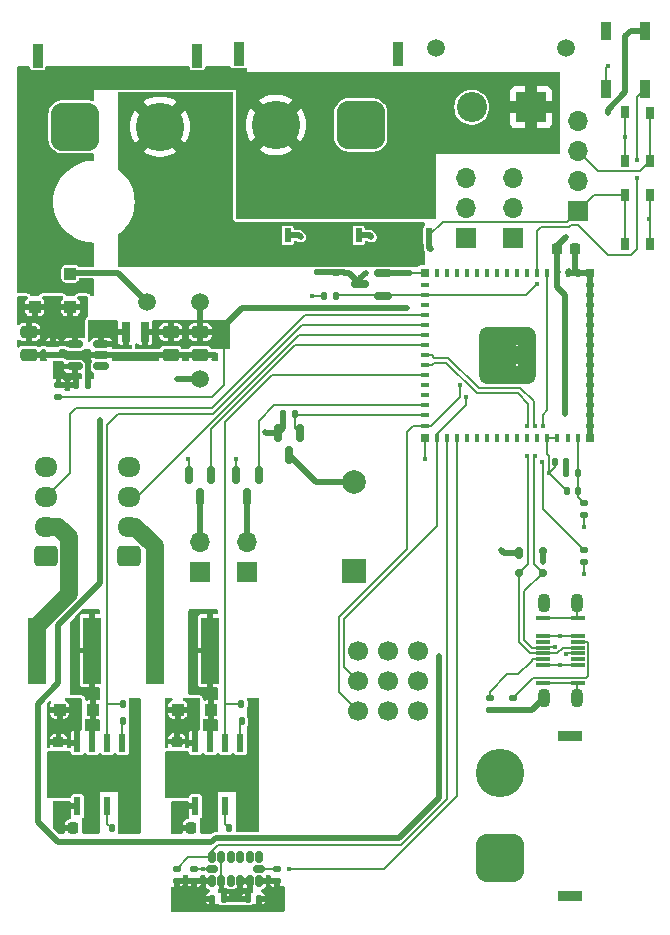
<source format=gbr>
%TF.GenerationSoftware,KiCad,Pcbnew,8.0.2-1*%
%TF.CreationDate,2024-11-11T16:17:41-08:00*%
%TF.ProjectId,Main_Board_V2,4d61696e-5f42-46f6-9172-645f56322e6b,rev?*%
%TF.SameCoordinates,Original*%
%TF.FileFunction,Copper,L1,Top*%
%TF.FilePolarity,Positive*%
%FSLAX46Y46*%
G04 Gerber Fmt 4.6, Leading zero omitted, Abs format (unit mm)*
G04 Created by KiCad (PCBNEW 8.0.2-1) date 2024-11-11 16:17:41*
%MOMM*%
%LPD*%
G01*
G04 APERTURE LIST*
G04 Aperture macros list*
%AMRoundRect*
0 Rectangle with rounded corners*
0 $1 Rounding radius*
0 $2 $3 $4 $5 $6 $7 $8 $9 X,Y pos of 4 corners*
0 Add a 4 corners polygon primitive as box body*
4,1,4,$2,$3,$4,$5,$6,$7,$8,$9,$2,$3,0*
0 Add four circle primitives for the rounded corners*
1,1,$1+$1,$2,$3*
1,1,$1+$1,$4,$5*
1,1,$1+$1,$6,$7*
1,1,$1+$1,$8,$9*
0 Add four rect primitives between the rounded corners*
20,1,$1+$1,$2,$3,$4,$5,0*
20,1,$1+$1,$4,$5,$6,$7,0*
20,1,$1+$1,$6,$7,$8,$9,0*
20,1,$1+$1,$8,$9,$2,$3,0*%
%AMFreePoly0*
4,1,14,0.603536,0.603536,0.605000,0.600000,0.605000,-0.600000,0.603536,-0.603536,0.600000,-0.605000,-0.600000,-0.605000,-0.603536,-0.603536,-0.605000,-0.600000,-0.605000,0.000000,-0.603536,0.003536,-0.003536,0.603536,0.000000,0.605000,0.600000,0.605000,0.603536,0.603536,0.603536,0.603536,$1*%
G04 Aperture macros list end*
%TA.AperFunction,ComponentPad*%
%ADD10R,2.000000X2.000000*%
%TD*%
%TA.AperFunction,ComponentPad*%
%ADD11C,2.000000*%
%TD*%
%TA.AperFunction,SMDPad,CuDef*%
%ADD12RoundRect,0.135000X0.135000X0.185000X-0.135000X0.185000X-0.135000X-0.185000X0.135000X-0.185000X0*%
%TD*%
%TA.AperFunction,SMDPad,CuDef*%
%ADD13RoundRect,0.250000X-0.475000X0.250000X-0.475000X-0.250000X0.475000X-0.250000X0.475000X0.250000X0*%
%TD*%
%TA.AperFunction,SMDPad,CuDef*%
%ADD14R,0.400000X0.800000*%
%TD*%
%TA.AperFunction,SMDPad,CuDef*%
%ADD15R,0.800000X0.400000*%
%TD*%
%TA.AperFunction,SMDPad,CuDef*%
%ADD16R,1.200000X1.200000*%
%TD*%
%TA.AperFunction,SMDPad,CuDef*%
%ADD17FreePoly0,270.000000*%
%TD*%
%TA.AperFunction,SMDPad,CuDef*%
%ADD18R,0.800000X0.800000*%
%TD*%
%TA.AperFunction,SMDPad,CuDef*%
%ADD19RoundRect,0.135000X0.185000X-0.135000X0.185000X0.135000X-0.185000X0.135000X-0.185000X-0.135000X0*%
%TD*%
%TA.AperFunction,ComponentPad*%
%ADD20C,1.508000*%
%TD*%
%TA.AperFunction,ComponentPad*%
%ADD21R,2.550000X2.550000*%
%TD*%
%TA.AperFunction,ComponentPad*%
%ADD22C,2.550000*%
%TD*%
%TA.AperFunction,SMDPad,CuDef*%
%ADD23RoundRect,0.135000X-0.135000X-0.185000X0.135000X-0.185000X0.135000X0.185000X-0.135000X0.185000X0*%
%TD*%
%TA.AperFunction,SMDPad,CuDef*%
%ADD24RoundRect,0.150000X0.587500X0.150000X-0.587500X0.150000X-0.587500X-0.150000X0.587500X-0.150000X0*%
%TD*%
%TA.AperFunction,SMDPad,CuDef*%
%ADD25C,1.500000*%
%TD*%
%TA.AperFunction,SMDPad,CuDef*%
%ADD26RoundRect,0.150000X0.512500X0.150000X-0.512500X0.150000X-0.512500X-0.150000X0.512500X-0.150000X0*%
%TD*%
%TA.AperFunction,SMDPad,CuDef*%
%ADD27RoundRect,0.140000X0.140000X0.170000X-0.140000X0.170000X-0.140000X-0.170000X0.140000X-0.170000X0*%
%TD*%
%TA.AperFunction,SMDPad,CuDef*%
%ADD28RoundRect,0.225000X-0.250000X0.225000X-0.250000X-0.225000X0.250000X-0.225000X0.250000X0.225000X0*%
%TD*%
%TA.AperFunction,SMDPad,CuDef*%
%ADD29RoundRect,0.225000X-0.225000X-0.250000X0.225000X-0.250000X0.225000X0.250000X-0.225000X0.250000X0*%
%TD*%
%TA.AperFunction,SMDPad,CuDef*%
%ADD30RoundRect,0.135000X-0.185000X0.135000X-0.185000X-0.135000X0.185000X-0.135000X0.185000X0.135000X0*%
%TD*%
%TA.AperFunction,ComponentPad*%
%ADD31C,1.700000*%
%TD*%
%TA.AperFunction,SMDPad,CuDef*%
%ADD32R,1.600000X5.700000*%
%TD*%
%TA.AperFunction,SMDPad,CuDef*%
%ADD33RoundRect,0.140000X-0.170000X0.140000X-0.170000X-0.140000X0.170000X-0.140000X0.170000X0.140000X0*%
%TD*%
%TA.AperFunction,ComponentPad*%
%ADD34R,0.900000X2.000000*%
%TD*%
%TA.AperFunction,ComponentPad*%
%ADD35RoundRect,1.025000X-1.025000X-1.025000X1.025000X-1.025000X1.025000X1.025000X-1.025000X1.025000X0*%
%TD*%
%TA.AperFunction,ComponentPad*%
%ADD36C,4.100000*%
%TD*%
%TA.AperFunction,SMDPad,CuDef*%
%ADD37RoundRect,0.250000X0.300000X-0.300000X0.300000X0.300000X-0.300000X0.300000X-0.300000X-0.300000X0*%
%TD*%
%TA.AperFunction,SMDPad,CuDef*%
%ADD38R,0.610000X1.270000*%
%TD*%
%TA.AperFunction,SMDPad,CuDef*%
%ADD39R,3.910000X3.810000*%
%TD*%
%TA.AperFunction,SMDPad,CuDef*%
%ADD40R,0.610000X1.020000*%
%TD*%
%TA.AperFunction,SMDPad,CuDef*%
%ADD41R,1.150000X0.300000*%
%TD*%
%TA.AperFunction,ComponentPad*%
%ADD42O,1.100000X1.600000*%
%TD*%
%TA.AperFunction,SMDPad,CuDef*%
%ADD43R,0.900000X1.500000*%
%TD*%
%TA.AperFunction,SMDPad,CuDef*%
%ADD44RoundRect,0.175000X-0.175000X-0.325000X0.175000X-0.325000X0.175000X0.325000X-0.175000X0.325000X0*%
%TD*%
%TA.AperFunction,SMDPad,CuDef*%
%ADD45RoundRect,0.150000X-0.200000X-0.150000X0.200000X-0.150000X0.200000X0.150000X-0.200000X0.150000X0*%
%TD*%
%TA.AperFunction,ComponentPad*%
%ADD46R,1.700000X1.700000*%
%TD*%
%TA.AperFunction,ComponentPad*%
%ADD47O,1.700000X1.700000*%
%TD*%
%TA.AperFunction,ComponentPad*%
%ADD48R,2.000000X0.900000*%
%TD*%
%TA.AperFunction,ComponentPad*%
%ADD49RoundRect,1.025000X-1.025000X1.025000X-1.025000X-1.025000X1.025000X-1.025000X1.025000X1.025000X0*%
%TD*%
%TA.AperFunction,SMDPad,CuDef*%
%ADD50RoundRect,0.150000X-0.150000X0.587500X-0.150000X-0.587500X0.150000X-0.587500X0.150000X0.587500X0*%
%TD*%
%TA.AperFunction,SMDPad,CuDef*%
%ADD51RoundRect,0.150000X0.150000X-0.325000X0.150000X0.325000X-0.150000X0.325000X-0.150000X-0.325000X0*%
%TD*%
%TA.AperFunction,SMDPad,CuDef*%
%ADD52RoundRect,0.150000X0.325000X-0.150000X0.325000X0.150000X-0.325000X0.150000X-0.325000X-0.150000X0*%
%TD*%
%TA.AperFunction,SMDPad,CuDef*%
%ADD53R,0.600000X1.550000*%
%TD*%
%TA.AperFunction,ComponentPad*%
%ADD54C,0.600000*%
%TD*%
%TA.AperFunction,SMDPad,CuDef*%
%ADD55R,3.100000X2.600000*%
%TD*%
%TA.AperFunction,SMDPad,CuDef*%
%ADD56R,4.500000X2.950000*%
%TD*%
%TA.AperFunction,SMDPad,CuDef*%
%ADD57RoundRect,0.140000X-0.140000X-0.170000X0.140000X-0.170000X0.140000X0.170000X-0.140000X0.170000X0*%
%TD*%
%TA.AperFunction,ComponentPad*%
%ADD58RoundRect,0.250000X0.725000X-0.600000X0.725000X0.600000X-0.725000X0.600000X-0.725000X-0.600000X0*%
%TD*%
%TA.AperFunction,ComponentPad*%
%ADD59O,1.950000X1.700000*%
%TD*%
%TA.AperFunction,SMDPad,CuDef*%
%ADD60R,0.650000X1.050000*%
%TD*%
%TA.AperFunction,SMDPad,CuDef*%
%ADD61R,0.800000X1.700000*%
%TD*%
%TA.AperFunction,SMDPad,CuDef*%
%ADD62RoundRect,0.250000X-0.300000X-0.300000X0.300000X-0.300000X0.300000X0.300000X-0.300000X0.300000X0*%
%TD*%
%TA.AperFunction,ViaPad*%
%ADD63C,0.450000*%
%TD*%
%TA.AperFunction,Conductor*%
%ADD64C,0.500000*%
%TD*%
%TA.AperFunction,Conductor*%
%ADD65C,0.200000*%
%TD*%
%TA.AperFunction,Conductor*%
%ADD66C,1.500000*%
%TD*%
G04 APERTURE END LIST*
D10*
%TO.P,BZ3,1,+*%
%TO.N,+17V_SW*%
X129000000Y-95800000D03*
D11*
%TO.P,BZ3,2,-*%
%TO.N,unconnected-(Q8-D-Pad3)*%
X129000000Y-88200000D03*
%TD*%
D12*
%TO.P,R25,1*%
%TO.N,/ESP32/PWRBUT*%
X127510000Y-72500000D03*
%TO.P,R25,2*%
%TO.N,GND*%
X126490000Y-72500000D03*
%TD*%
D13*
%TO.P,C6,1*%
%TO.N,+3V3*%
X116000000Y-75550000D03*
%TO.P,C6,2*%
%TO.N,GND*%
X116000000Y-77450000D03*
%TD*%
D14*
%TO.P,U1,1,GND*%
%TO.N,GND*%
X147950000Y-70500000D03*
%TO.P,U1,2,GND*%
X147100000Y-70500000D03*
%TO.P,U1,3,3V3*%
%TO.N,+3V3*%
X146250000Y-70500000D03*
%TO.P,U1,4,IO0/BOOT*%
%TO.N,Net-(U1-IO0{slash}BOOT)*%
X145400000Y-70500000D03*
%TO.P,U1,5,IO1*%
%TO.N,/ESP32/ONBOARD_LED_SIG*%
X144550000Y-70500000D03*
%TO.P,U1,6,IO2*%
%TO.N,unconnected-(U1-IO2-Pad6)*%
X143700000Y-70500000D03*
%TO.P,U1,7,IO3*%
%TO.N,unconnected-(U1-IO3-Pad7)*%
X142850000Y-70500000D03*
%TO.P,U1,8,IO4*%
%TO.N,unconnected-(U1-IO4-Pad8)*%
X142000000Y-70500000D03*
%TO.P,U1,9,IO5*%
%TO.N,unconnected-(U1-IO5-Pad9)*%
X141150000Y-70500000D03*
%TO.P,U1,10,IO6*%
%TO.N,unconnected-(U1-IO6-Pad10)*%
X140300000Y-70500000D03*
%TO.P,U1,11,IO7*%
%TO.N,unconnected-(U1-IO7-Pad11)*%
X139450000Y-70500000D03*
%TO.P,U1,12,IO8*%
%TO.N,unconnected-(U1-IO8-Pad12)*%
X138600000Y-70500000D03*
%TO.P,U1,13,IO9*%
%TO.N,unconnected-(U1-IO9-Pad13)*%
X137750000Y-70500000D03*
%TO.P,U1,14,IO10*%
%TO.N,unconnected-(U1-IO10-Pad14)*%
X136900000Y-70500000D03*
%TO.P,U1,15,IO11*%
%TO.N,unconnected-(U1-IO11-Pad15)*%
X136050000Y-70500000D03*
D15*
%TO.P,U1,16,IO12*%
%TO.N,unconnected-(U1-IO12-Pad16)*%
X135000000Y-71550000D03*
%TO.P,U1,17,IO13*%
%TO.N,/ESP32/PWRBUT*%
X135000000Y-72400000D03*
%TO.P,U1,18,IO14*%
%TO.N,unconnected-(U1-IO14-Pad18)*%
X135000000Y-73250000D03*
%TO.P,U1,19,IO15*%
%TO.N,/ESP32/LED_SIG_FRONT*%
X135000000Y-74100000D03*
%TO.P,U1,20,IO16*%
%TO.N,/ESP32/LED_PWM_FRONT*%
X135000000Y-74950000D03*
%TO.P,U1,21,IO17*%
%TO.N,/ESP32/LED_SIG_REAR*%
X135000000Y-75800000D03*
%TO.P,U1,22,IO18*%
%TO.N,/Drive System/MOT_FAN*%
X135000000Y-76650000D03*
%TO.P,U1,23,IO19/DN*%
%TO.N,/ESP32/DN*%
X135000000Y-77500000D03*
%TO.P,U1,24,IO20/DP*%
%TO.N,/ESP32/DP*%
X135000000Y-78350000D03*
%TO.P,U1,25,IO21*%
%TO.N,/ESP32/LED_PWM_REAR*%
X135000000Y-79200000D03*
%TO.P,U1,26,IO26*%
%TO.N,unconnected-(U1-IO26-Pad26)*%
X135000000Y-80050000D03*
%TO.P,U1,27,IO47*%
%TO.N,unconnected-(U1-IO47-Pad27)*%
X135000000Y-80900000D03*
%TO.P,U1,28,IO33*%
%TO.N,/Drive System/ESC_FAN*%
X135000000Y-81750000D03*
%TO.P,U1,29,IO34*%
%TO.N,/ESP32/BUZZER*%
X135000000Y-82600000D03*
%TO.P,U1,30,IO48*%
%TO.N,/Drive System/THROTTLE_RECEIVER*%
X135000000Y-83450000D03*
D14*
%TO.P,U1,31,IO35*%
%TO.N,/Drive System/STEERING_RECEIVER*%
X136050000Y-84500000D03*
%TO.P,U1,32,IO36*%
%TO.N,/ESP32/ADXL_SDA*%
X136900000Y-84500000D03*
%TO.P,U1,33,IO37*%
%TO.N,/ESP32/ADXL_SCL*%
X137750000Y-84500000D03*
%TO.P,U1,34,IO38*%
%TO.N,unconnected-(U1-IO38-Pad34)*%
X138600000Y-84500000D03*
%TO.P,U1,35,IO39*%
%TO.N,unconnected-(U1-IO39-Pad35)*%
X139450000Y-84500000D03*
%TO.P,U1,36,IO40*%
%TO.N,unconnected-(U1-IO40-Pad36)*%
X140300000Y-84500000D03*
%TO.P,U1,37,IO41*%
%TO.N,unconnected-(U1-IO41-Pad37)*%
X141150000Y-84500000D03*
%TO.P,U1,38,IO42*%
%TO.N,unconnected-(U1-IO42-Pad38)*%
X142000000Y-84500000D03*
%TO.P,U1,39,TXD0*%
%TO.N,unconnected-(U1-TXD0-Pad39)*%
X142850000Y-84500000D03*
%TO.P,U1,40,RXD0*%
%TO.N,unconnected-(U1-RXD0-Pad40)*%
X143700000Y-84500000D03*
%TO.P,U1,41,IO45*%
%TO.N,unconnected-(U1-IO45-Pad41)*%
X144550000Y-84500000D03*
%TO.P,U1,42,GND*%
%TO.N,GND*%
X145400000Y-84500000D03*
%TO.P,U1,43,GND*%
X146250000Y-84500000D03*
%TO.P,U1,44,IO46*%
%TO.N,unconnected-(U1-IO46-Pad44)*%
X147100000Y-84500000D03*
%TO.P,U1,45,EN*%
%TO.N,Net-(U1-EN)*%
X147950000Y-84500000D03*
D15*
%TO.P,U1,46,GND*%
%TO.N,GND*%
X149000000Y-83450000D03*
%TO.P,U1,47,GND*%
X149000000Y-82600000D03*
%TO.P,U1,48,GND*%
X149000000Y-81750000D03*
%TO.P,U1,49,GND*%
X149000000Y-80900000D03*
%TO.P,U1,50,GND*%
X149000000Y-80050000D03*
%TO.P,U1,51,GND*%
X149000000Y-79200000D03*
%TO.P,U1,52,GND*%
X149000000Y-78350000D03*
%TO.P,U1,53,GND*%
X149000000Y-77500000D03*
%TO.P,U1,54,GND*%
X149000000Y-76650000D03*
%TO.P,U1,55,GND*%
X149000000Y-75800000D03*
%TO.P,U1,56,GND*%
X149000000Y-74950000D03*
%TO.P,U1,57,GND*%
X149000000Y-74100000D03*
%TO.P,U1,58,GND*%
X149000000Y-73250000D03*
%TO.P,U1,59,GND*%
X149000000Y-72400000D03*
%TO.P,U1,60,GND*%
X149000000Y-71550000D03*
D16*
%TO.P,U1,61,GND*%
X142000000Y-77500000D03*
D17*
%TO.P,U1,61_1,GND*%
X143650000Y-75850000D03*
D16*
%TO.P,U1,61_2,GND*%
X143650000Y-77500000D03*
%TO.P,U1,61_3,GND*%
X143650000Y-79150000D03*
%TO.P,U1,61_4,GND*%
X142000000Y-79150000D03*
%TO.P,U1,61_5,GND*%
X140350000Y-79150000D03*
%TO.P,U1,61_6,GND*%
X140350000Y-77500000D03*
%TO.P,U1,61_7,GND*%
X140350000Y-75850000D03*
%TO.P,U1,61_8,GND*%
X142000000Y-75850000D03*
D18*
%TO.P,U1,62,GND*%
X149000000Y-70500000D03*
%TO.P,U1,63,GND*%
X135000000Y-70500000D03*
%TO.P,U1,64,GND*%
X135000000Y-84500000D03*
%TO.P,U1,65,GND*%
X149000000Y-84500000D03*
%TD*%
D19*
%TO.P,R2,1*%
%TO.N,GND*%
X148500000Y-95010000D03*
%TO.P,R2,2*%
%TO.N,Net-(U1-IO0{slash}BOOT)*%
X148500000Y-93990000D03*
%TD*%
D20*
%TO.P,J1,*%
%TO.N,*%
X136000000Y-51500000D03*
X147000000Y-51500000D03*
D21*
%TO.P,J1,1,P*%
%TO.N,+17V_SW*%
X144000000Y-56500000D03*
D22*
%TO.P,J1,2,N*%
%TO.N,GND*%
X139000000Y-56500000D03*
%TD*%
D23*
%TO.P,R4,1*%
%TO.N,Net-(U2-VSENSE)*%
X105490000Y-80000000D03*
%TO.P,R4,2*%
%TO.N,GND*%
X106510000Y-80000000D03*
%TD*%
D24*
%TO.P,Q9,1,G*%
%TO.N,/ESP32/PWRBUT*%
X131437500Y-72450000D03*
%TO.P,Q9,2,S*%
%TO.N,GND*%
X131437500Y-70550000D03*
%TO.P,Q9,3,D*%
%TO.N,/PWR & USB/ON*%
X129562500Y-71500000D03*
%TD*%
D25*
%TO.P,TP2,1,1*%
%TO.N,+3V3*%
X116000000Y-73000000D03*
%TD*%
D26*
%TO.P,U2,1,EN*%
%TO.N,unconnected-(U2-EN-Pad1)*%
X107637500Y-78450000D03*
%TO.P,U2,2,GND*%
%TO.N,GND*%
X107637500Y-77500000D03*
%TO.P,U2,3,PH*%
%TO.N,Net-(U2-PH)*%
X107637500Y-76550000D03*
%TO.P,U2,4,VIN*%
%TO.N,Net-(D1-K)*%
X105362500Y-76550000D03*
%TO.P,U2,5,VSENSE*%
%TO.N,Net-(U2-VSENSE)*%
X105362500Y-78450000D03*
%TD*%
D27*
%TO.P,C3,1*%
%TO.N,+3V3*%
X146980000Y-86500000D03*
%TO.P,C3,2*%
%TO.N,GND*%
X146020000Y-86500000D03*
%TD*%
D12*
%TO.P,R19,1*%
%TO.N,GND*%
X120520000Y-108500000D03*
%TO.P,R19,2*%
%TO.N,Net-(U8-FS)*%
X119500000Y-108500000D03*
%TD*%
%TO.P,R17,1*%
%TO.N,GND*%
X110500000Y-108500000D03*
%TO.P,R17,2*%
%TO.N,Net-(U7-FS)*%
X109480000Y-108500000D03*
%TD*%
D28*
%TO.P,C14,1*%
%TO.N,+17V_SW*%
X114000000Y-110205000D03*
%TO.P,C14,2*%
%TO.N,GND*%
X114000000Y-111755000D03*
%TD*%
D29*
%TO.P,C11,1*%
%TO.N,Net-(U7-VCC)*%
X105225000Y-117500000D03*
%TO.P,C11,2*%
%TO.N,GND*%
X106775000Y-117500000D03*
%TD*%
D30*
%TO.P,R26,1*%
%TO.N,+17V*%
X127500000Y-69490000D03*
%TO.P,R26,2*%
%TO.N,/PWR & USB/ON*%
X127500000Y-70510000D03*
%TD*%
D31*
%TO.P,U10,1,GND*%
%TO.N,GND*%
X134420000Y-102519492D03*
%TO.P,U10,2,GND*%
X134420000Y-105059492D03*
%TO.P,U10,3,GND*%
X134420000Y-107599492D03*
%TO.P,U10,4,6V*%
%TO.N,+6V*%
X131880000Y-102519492D03*
%TO.P,U10,5,6V*%
X131880000Y-105059492D03*
%TO.P,U10,6,6V*%
X131880000Y-107599492D03*
%TO.P,U10,7,CH1*%
%TO.N,unconnected-(U10-CH1-Pad7)*%
X129340000Y-102519492D03*
%TO.P,U10,8,CH1*%
%TO.N,/Drive System/STEERING_RECEIVER*%
X129340000Y-105059492D03*
%TO.P,U10,9,CH2*%
%TO.N,/Drive System/THROTTLE_RECEIVER*%
X129340000Y-107599492D03*
%TD*%
D32*
%TO.P,L3,1,1*%
%TO.N,Net-(J12-Pin_2)*%
X112150000Y-102500000D03*
%TO.P,L3,2,2*%
%TO.N,Net-(D4-A)*%
X116850000Y-102500000D03*
%TD*%
D33*
%TO.P,C5,1*%
%TO.N,Net-(D1-K)*%
X103500000Y-76520000D03*
%TO.P,C5,2*%
%TO.N,GND*%
X103500000Y-77480000D03*
%TD*%
D27*
%TO.P,C1,1*%
%TO.N,Net-(U1-EN)*%
X147980000Y-89000000D03*
%TO.P,C1,2*%
%TO.N,GND*%
X147020000Y-89000000D03*
%TD*%
D34*
%TO.P,J4,*%
%TO.N,*%
X102250000Y-52150000D03*
X115750000Y-52150000D03*
D35*
%TO.P,J4,1,-*%
%TO.N,GND*%
X105400000Y-58150000D03*
D36*
%TO.P,J4,2,+*%
%TO.N,+17V*%
X112600000Y-58150000D03*
%TD*%
D37*
%TO.P,D2,1,K*%
%TO.N,Net-(D1-K)*%
X105000000Y-73400000D03*
%TO.P,D2,2,A*%
%TO.N,+5V*%
X105000000Y-70600000D03*
%TD*%
D38*
%TO.P,Q10,1,S*%
%TO.N,+17V*%
X131595000Y-67360000D03*
%TO.P,Q10,2,S*%
X132865000Y-67360000D03*
%TO.P,Q10,3,S*%
X134135000Y-67360000D03*
%TO.P,Q10,4,G*%
%TO.N,/PWR & USB/ON*%
X135405000Y-67360000D03*
D39*
%TO.P,Q10,5,D*%
%TO.N,+17V_SW*%
X133500000Y-64000000D03*
D40*
X131595000Y-61895000D03*
X132865000Y-61895000D03*
X134135000Y-61895000D03*
X135405000Y-61895000D03*
%TD*%
D41*
%TO.P,J13,A1,GND_A*%
%TO.N,GND*%
X145015000Y-105250000D03*
%TO.P,J13,A4,VBUS_A*%
%TO.N,+5V*%
X145015000Y-103750000D03*
%TO.P,J13,A5,CC1*%
%TO.N,Net-(J13-CC1)*%
X145015000Y-103250000D03*
%TO.P,J13,A6,DP1*%
%TO.N,/ESP32/DP*%
X145015000Y-102750000D03*
%TO.P,J13,A7,DN1*%
%TO.N,/ESP32/DN*%
X145015000Y-102250000D03*
%TO.P,J13,A8,SBU1*%
%TO.N,unconnected-(J13-SBU1-PadA8)*%
X145015000Y-101750000D03*
%TO.P,J13,A9,VBUS_A*%
%TO.N,+5V*%
X145015000Y-101250000D03*
%TO.P,J13,A12,GND_A*%
%TO.N,GND*%
X145015000Y-99750000D03*
%TO.P,J13,B1,GND_B*%
X147985000Y-99750000D03*
%TO.P,J13,B4,VBUS_B*%
%TO.N,+5V*%
X147985000Y-101250000D03*
%TO.P,J13,B5,CC2*%
%TO.N,Net-(J13-CC2)*%
X147985000Y-101750000D03*
%TO.P,J13,B6,DP2*%
%TO.N,/ESP32/DP*%
X147985000Y-102250000D03*
%TO.P,J13,B7,DN2*%
%TO.N,/ESP32/DN*%
X147985000Y-102750000D03*
%TO.P,J13,B8,SBU2*%
%TO.N,unconnected-(J13-SBU2-PadB8)*%
X147985000Y-103250000D03*
%TO.P,J13,B9,VBUS_B*%
%TO.N,+5V*%
X147985000Y-103750000D03*
%TO.P,J13,B12,GND_B*%
%TO.N,GND*%
X147985000Y-105250000D03*
D42*
%TO.P,J13,S1,SHIELD*%
X145070000Y-106500000D03*
%TO.P,J13,S2,SHIELD*%
X145070000Y-98500000D03*
%TO.P,J13,S3,SHIELD*%
X147930000Y-106500000D03*
%TO.P,J13,S4,SHIELD*%
X147930000Y-98500000D03*
%TD*%
D19*
%TO.P,R8,1*%
%TO.N,+3V3*%
X122500000Y-122010000D03*
%TO.P,R8,2*%
%TO.N,Net-(U4-~{CS})*%
X122500000Y-120990000D03*
%TD*%
D34*
%TO.P,J8,*%
%TO.N,*%
X119250000Y-52000000D03*
X132750000Y-52000000D03*
D35*
%TO.P,J8,1,-*%
%TO.N,GND*%
X129600000Y-58000000D03*
D36*
%TO.P,J8,2,+*%
%TO.N,+17V_SW*%
X122400000Y-58000000D03*
%TD*%
D43*
%TO.P,U3,1,VDD*%
%TO.N,+3V3*%
X153650000Y-50050000D03*
%TO.P,U3,2,DOUT*%
%TO.N,unconnected-(U3-DOUT-Pad2)*%
X150350000Y-50050000D03*
%TO.P,U3,3,GND*%
%TO.N,GND*%
X150350000Y-54950000D03*
%TO.P,U3,4,DIN*%
%TO.N,/ESP32/ONBOARD_LED_SIG*%
X153650000Y-54950000D03*
%TD*%
D29*
%TO.P,C13,1*%
%TO.N,Net-(U8-VCC)*%
X115205000Y-117500000D03*
%TO.P,C13,2*%
%TO.N,GND*%
X116755000Y-117500000D03*
%TD*%
D44*
%TO.P,D5,1*%
%TO.N,GND*%
X143000000Y-94250000D03*
D45*
%TO.P,D5,2*%
%TO.N,/ESP32/DP*%
X143000000Y-95950000D03*
%TO.P,D5,3*%
%TO.N,/ESP32/DN*%
X145000000Y-95950000D03*
%TO.P,D5,4*%
%TO.N,+5V*%
X145000000Y-94050000D03*
%TD*%
D46*
%TO.P,J5,1,Pin_1*%
%TO.N,/PWR & USB/ON*%
X148000000Y-65300000D03*
D47*
%TO.P,J5,2,Pin_2*%
%TO.N,GND*%
X148000000Y-62760000D03*
%TO.P,J5,3,Pin_3*%
%TO.N,/ESP32/PWRBUT*%
X148000000Y-60220000D03*
%TO.P,J5,4,Pin_4*%
%TO.N,GND*%
X148000000Y-57680000D03*
%TD*%
D48*
%TO.P,J6,*%
%TO.N,*%
X147350000Y-109750000D03*
X147350000Y-123250000D03*
D49*
%TO.P,J6,1,-*%
%TO.N,GND*%
X141350000Y-120100000D03*
D36*
%TO.P,J6,2,+*%
%TO.N,+17V*%
X141350000Y-112900000D03*
%TD*%
D13*
%TO.P,C7,1*%
%TO.N,+3V3*%
X113500000Y-75550000D03*
%TO.P,C7,2*%
%TO.N,GND*%
X113500000Y-77450000D03*
%TD*%
D46*
%TO.P,M2,1,+*%
%TO.N,+17V_SW*%
X120000000Y-95837500D03*
D47*
%TO.P,M2,2,-*%
%TO.N,Net-(M2--)*%
X120000000Y-93297500D03*
%TD*%
D50*
%TO.P,Q8,1,G*%
%TO.N,/ESP32/BUZZER*%
X124450000Y-84062500D03*
%TO.P,Q8,2,S*%
%TO.N,GND*%
X122550000Y-84062500D03*
%TO.P,Q8,3,D*%
%TO.N,unconnected-(Q8-D-Pad3)*%
X123500000Y-85937500D03*
%TD*%
D37*
%TO.P,D1,1,K*%
%TO.N,Net-(D1-K)*%
X102000000Y-73400000D03*
%TO.P,D1,2,A*%
%TO.N,+17V_SW*%
X102000000Y-70600000D03*
%TD*%
D46*
%TO.P,J7,1,Pin_1*%
%TO.N,/Drive System/THROTTLE_RECEIVER*%
X138500000Y-67540000D03*
D47*
%TO.P,J7,2,Pin_2*%
%TO.N,+6V*%
X138500000Y-65000000D03*
%TO.P,J7,3,Pin_3*%
%TO.N,GND*%
X138500000Y-62460000D03*
%TD*%
D30*
%TO.P,R11,1*%
%TO.N,Net-(J13-CC1)*%
X140500000Y-106490000D03*
%TO.P,R11,2*%
%TO.N,GND*%
X140500000Y-107510000D03*
%TD*%
D27*
%TO.P,C8,1*%
%TO.N,+3V3*%
X120980000Y-123500000D03*
%TO.P,C8,2*%
%TO.N,GND*%
X120020000Y-123500000D03*
%TD*%
D51*
%TO.P,U4,1,Vdd_I/O*%
%TO.N,+3V3*%
X117000000Y-122000000D03*
%TO.P,U4,2,GND*%
%TO.N,GND*%
X117800000Y-122000000D03*
%TO.P,U4,3,RES*%
%TO.N,unconnected-(U4-RES-Pad3)*%
X118600000Y-122000000D03*
%TO.P,U4,4,GND*%
%TO.N,GND*%
X119400000Y-122000000D03*
%TO.P,U4,5,GND*%
X120200000Y-122000000D03*
%TO.P,U4,6,Vs*%
%TO.N,+3V3*%
X121000000Y-122000000D03*
D52*
%TO.P,U4,7,~{CS}*%
%TO.N,Net-(U4-~{CS})*%
X121000000Y-121000000D03*
D51*
%TO.P,U4,8,INT1*%
%TO.N,unconnected-(U4-INT1-Pad8)*%
X121000000Y-120000000D03*
%TO.P,U4,9,INT2*%
%TO.N,unconnected-(U4-INT2-Pad9)*%
X120200000Y-120000000D03*
%TO.P,U4,10,NC*%
%TO.N,unconnected-(U4-NC-Pad10)*%
X119400000Y-120000000D03*
%TO.P,U4,11,RES*%
%TO.N,unconnected-(U4-RES-Pad11)*%
X118600000Y-120000000D03*
%TO.P,U4,12,SDO/ADDR*%
%TO.N,GND*%
X117800000Y-120000000D03*
%TO.P,U4,13,SDA/SDI/SDIO*%
%TO.N,/ESP32/ADXL_SDA*%
X117000000Y-120000000D03*
D52*
%TO.P,U4,14,SCL/SCLK*%
%TO.N,/ESP32/ADXL_SCL*%
X117000000Y-121000000D03*
%TD*%
D13*
%TO.P,C4,1*%
%TO.N,Net-(D1-K)*%
X101500000Y-75550000D03*
%TO.P,C4,2*%
%TO.N,GND*%
X101500000Y-77450000D03*
%TD*%
D46*
%TO.P,J2,1,Pin_1*%
%TO.N,/Drive System/STEERING_RECEIVER*%
X142500000Y-67540000D03*
D47*
%TO.P,J2,2,Pin_2*%
%TO.N,unconnected-(J2-Pin_2-Pad2)*%
X142500000Y-65000000D03*
%TO.P,J2,3,Pin_3*%
%TO.N,GND*%
X142500000Y-62460000D03*
%TD*%
D53*
%TO.P,U8,1,VCC*%
%TO.N,Net-(U8-VCC)*%
X115595000Y-115700000D03*
%TO.P,U8,2,PGND*%
%TO.N,GND*%
X116865000Y-115700000D03*
%TO.P,U8,3,IADJ*%
%TO.N,Net-(U8-IADJ)*%
X118135000Y-115700000D03*
%TO.P,U8,4,GND*%
%TO.N,GND*%
X119405000Y-115700000D03*
%TO.P,U8,5,FS*%
%TO.N,Net-(U8-FS)*%
X119405000Y-110300000D03*
%TO.P,U8,6,DIM*%
%TO.N,/ESP32/LED_PWM_REAR*%
X118135000Y-110300000D03*
%TO.P,U8,7,LX*%
%TO.N,Net-(D4-A)*%
X116865000Y-110300000D03*
%TO.P,U8,8,VIN*%
%TO.N,+17V_SW*%
X115595000Y-110300000D03*
D54*
%TO.P,U8,9,GND*%
%TO.N,GND*%
X115700000Y-113600000D03*
X116900000Y-113600000D03*
X118200000Y-113600000D03*
X119300000Y-113600000D03*
D55*
X117500000Y-113000000D03*
D56*
X117500000Y-113000000D03*
D54*
X115700000Y-112400000D03*
X116900000Y-112400000D03*
X118200000Y-112400000D03*
X119300000Y-112400000D03*
%TD*%
D30*
%TO.P,R12,1*%
%TO.N,Net-(J13-CC2)*%
X142500000Y-106490000D03*
%TO.P,R12,2*%
%TO.N,GND*%
X142500000Y-107510000D03*
%TD*%
D57*
%TO.P,C10,1*%
%TO.N,+3V3*%
X117020000Y-123500000D03*
%TO.P,C10,2*%
%TO.N,GND*%
X117980000Y-123500000D03*
%TD*%
D58*
%TO.P,J3,1,Pin_1*%
%TO.N,+17V_SW*%
X102975000Y-94500000D03*
D59*
%TO.P,J3,2,Pin_2*%
%TO.N,Net-(J3-Pin_2)*%
X102975000Y-92000000D03*
%TO.P,J3,3,Pin_3*%
%TO.N,/ESP32/LED_SIG_FRONT*%
X102975000Y-89500000D03*
%TO.P,J3,4,Pin_4*%
%TO.N,GND*%
X102975000Y-87000000D03*
%TD*%
D12*
%TO.P,R18,1*%
%TO.N,GND*%
X119500000Y-117500000D03*
%TO.P,R18,2*%
%TO.N,Net-(U8-IADJ)*%
X118480000Y-117500000D03*
%TD*%
D23*
%TO.P,R5,1*%
%TO.N,+3V3*%
X146990000Y-87500000D03*
%TO.P,R5,2*%
%TO.N,Net-(U1-EN)*%
X148010000Y-87500000D03*
%TD*%
D19*
%TO.P,R9,1*%
%TO.N,+3V3*%
X115500000Y-122010000D03*
%TO.P,R9,2*%
%TO.N,/ESP32/ADXL_SCL*%
X115500000Y-120990000D03*
%TD*%
%TO.P,R1,1*%
%TO.N,GND*%
X148500000Y-91010000D03*
%TO.P,R1,2*%
%TO.N,Net-(U1-EN)*%
X148500000Y-89990000D03*
%TD*%
D33*
%TO.P,C15,1*%
%TO.N,+17V*%
X126000000Y-69520000D03*
%TO.P,C15,2*%
%TO.N,/PWR & USB/ON*%
X126000000Y-70480000D03*
%TD*%
D60*
%TO.P,SW1,1,1*%
%TO.N,GND*%
X151925000Y-61075000D03*
X151925000Y-56925000D03*
%TO.P,SW1,2,2*%
%TO.N,/ESP32/PWRBUT*%
X154075000Y-61075000D03*
X154075000Y-56950000D03*
%TD*%
D53*
%TO.P,U7,1,VCC*%
%TO.N,Net-(U7-VCC)*%
X105595000Y-115700000D03*
%TO.P,U7,2,PGND*%
%TO.N,GND*%
X106865000Y-115700000D03*
%TO.P,U7,3,IADJ*%
%TO.N,Net-(U7-IADJ)*%
X108135000Y-115700000D03*
%TO.P,U7,4,GND*%
%TO.N,GND*%
X109405000Y-115700000D03*
%TO.P,U7,5,FS*%
%TO.N,Net-(U7-FS)*%
X109405000Y-110300000D03*
%TO.P,U7,6,DIM*%
%TO.N,/ESP32/LED_PWM_FRONT*%
X108135000Y-110300000D03*
%TO.P,U7,7,LX*%
%TO.N,Net-(D3-A)*%
X106865000Y-110300000D03*
%TO.P,U7,8,VIN*%
%TO.N,+17V_SW*%
X105595000Y-110300000D03*
D54*
%TO.P,U7,9,GND*%
%TO.N,GND*%
X105700000Y-113600000D03*
X106900000Y-113600000D03*
X108200000Y-113600000D03*
X109300000Y-113600000D03*
D55*
X107500000Y-113000000D03*
D56*
X107500000Y-113000000D03*
D54*
X105700000Y-112400000D03*
X106900000Y-112400000D03*
X108200000Y-112400000D03*
X109300000Y-112400000D03*
%TD*%
D61*
%TO.P,L1,1,1*%
%TO.N,Net-(U2-PH)*%
X109700000Y-75500000D03*
%TO.P,L1,2,2*%
%TO.N,+3V3*%
X111300000Y-75500000D03*
%TD*%
D28*
%TO.P,C12,1*%
%TO.N,+17V_SW*%
X104000000Y-110225000D03*
%TO.P,C12,2*%
%TO.N,GND*%
X104000000Y-111775000D03*
%TD*%
D25*
%TO.P,TP1,1,1*%
%TO.N,+17V_SW*%
X101500000Y-68000000D03*
%TD*%
D29*
%TO.P,C2,1*%
%TO.N,+3V3*%
X146225000Y-68500000D03*
%TO.P,C2,2*%
%TO.N,GND*%
X147775000Y-68500000D03*
%TD*%
D12*
%TO.P,R20,1*%
%TO.N,/ESP32/BUZZER*%
X124010000Y-82500000D03*
%TO.P,R20,2*%
%TO.N,GND*%
X122990000Y-82500000D03*
%TD*%
D58*
%TO.P,J12,1,Pin_1*%
%TO.N,+17V_SW*%
X109975000Y-94500000D03*
D59*
%TO.P,J12,2,Pin_2*%
%TO.N,Net-(J12-Pin_2)*%
X109975000Y-92000000D03*
%TO.P,J12,3,Pin_3*%
%TO.N,/ESP32/LED_SIG_REAR*%
X109975000Y-89500000D03*
%TO.P,J12,4,Pin_4*%
%TO.N,GND*%
X109975000Y-87000000D03*
%TD*%
D25*
%TO.P,TP4,1,1*%
%TO.N,GND*%
X116000000Y-79500000D03*
%TD*%
%TO.P,TP3,1,1*%
%TO.N,+5V*%
X111500000Y-73000000D03*
%TD*%
D50*
%TO.P,Q1,1,G*%
%TO.N,/Drive System/ESC_FAN*%
X120950000Y-87625000D03*
%TO.P,Q1,2,S*%
%TO.N,GND*%
X119050000Y-87625000D03*
%TO.P,Q1,3,D*%
%TO.N,Net-(M2--)*%
X120000000Y-89500000D03*
%TD*%
D60*
%TO.P,SW3,1,1*%
%TO.N,/PWR & USB/ON*%
X151925000Y-68075000D03*
X151925000Y-63925000D03*
%TO.P,SW3,2,2*%
%TO.N,GND*%
X154075000Y-68075000D03*
X154075000Y-63950000D03*
%TD*%
D12*
%TO.P,R16,1*%
%TO.N,GND*%
X109510000Y-117500000D03*
%TO.P,R16,2*%
%TO.N,Net-(U7-IADJ)*%
X108490000Y-117500000D03*
%TD*%
D46*
%TO.P,M3,1,+*%
%TO.N,+6V*%
X116000000Y-95837500D03*
D47*
%TO.P,M3,2,-*%
%TO.N,Net-(M3--)*%
X116000000Y-93297500D03*
%TD*%
D23*
%TO.P,R6,1*%
%TO.N,/ESP32/LED_PWM_FRONT*%
X109490000Y-107000000D03*
%TO.P,R6,2*%
%TO.N,GND*%
X110510000Y-107000000D03*
%TD*%
D50*
%TO.P,Q2,1,G*%
%TO.N,/Drive System/MOT_FAN*%
X116950000Y-87625000D03*
%TO.P,Q2,2,S*%
%TO.N,GND*%
X115050000Y-87625000D03*
%TO.P,Q2,3,D*%
%TO.N,Net-(M3--)*%
X116000000Y-89500000D03*
%TD*%
D19*
%TO.P,R3,1*%
%TO.N,+3V3*%
X104000000Y-81010000D03*
%TO.P,R3,2*%
%TO.N,Net-(U2-VSENSE)*%
X104000000Y-79990000D03*
%TD*%
D23*
%TO.P,R7,1*%
%TO.N,/ESP32/LED_PWM_REAR*%
X119490000Y-107000000D03*
%TO.P,R7,2*%
%TO.N,GND*%
X120510000Y-107000000D03*
%TD*%
D19*
%TO.P,R10,1*%
%TO.N,+3V3*%
X114000000Y-122010000D03*
%TO.P,R10,2*%
%TO.N,/ESP32/ADXL_SDA*%
X114000000Y-120990000D03*
%TD*%
D38*
%TO.P,Q4,1,S*%
%TO.N,+17V*%
X125595000Y-67360000D03*
%TO.P,Q4,2,S*%
X126865000Y-67360000D03*
%TO.P,Q4,3,S*%
X128135000Y-67360000D03*
%TO.P,Q4,4,G*%
%TO.N,/PWR & USB/ON*%
X129405000Y-67360000D03*
D39*
%TO.P,Q4,5,D*%
%TO.N,+17V_SW*%
X127500000Y-64000000D03*
D40*
X125595000Y-61895000D03*
X126865000Y-61895000D03*
X128135000Y-61895000D03*
X129405000Y-61895000D03*
%TD*%
D62*
%TO.P,D4,1,K*%
%TO.N,+17V_SW*%
X114100000Y-107500000D03*
%TO.P,D4,2,A*%
%TO.N,Net-(D4-A)*%
X116900000Y-107500000D03*
%TD*%
%TO.P,D3,1,K*%
%TO.N,+17V_SW*%
X104100000Y-107500000D03*
%TO.P,D3,2,A*%
%TO.N,Net-(D3-A)*%
X106900000Y-107500000D03*
%TD*%
D38*
%TO.P,Q3,1,S*%
%TO.N,+17V*%
X119595000Y-67360000D03*
%TO.P,Q3,2,S*%
X120865000Y-67360000D03*
%TO.P,Q3,3,S*%
X122135000Y-67360000D03*
%TO.P,Q3,4,G*%
%TO.N,/PWR & USB/ON*%
X123405000Y-67360000D03*
D39*
%TO.P,Q3,5,D*%
%TO.N,+17V_SW*%
X121500000Y-64000000D03*
D40*
X119595000Y-61895000D03*
X120865000Y-61895000D03*
X122135000Y-61895000D03*
X123405000Y-61895000D03*
%TD*%
D32*
%TO.P,L2,1,1*%
%TO.N,Net-(J3-Pin_2)*%
X102150000Y-102500000D03*
%TO.P,L2,2,2*%
%TO.N,Net-(D3-A)*%
X106850000Y-102500000D03*
%TD*%
D63*
%TO.N,/PWR & USB/ON*%
X135500000Y-68500000D03*
X130000000Y-70500000D03*
X130500000Y-67500000D03*
X124500000Y-67500000D03*
%TO.N,/Drive System/STEERING_RECEIVER*%
X138500000Y-81000000D03*
%TO.N,GND*%
X106500000Y-78500000D03*
X141000000Y-76000000D03*
X105000000Y-77500000D03*
X118750000Y-123000000D03*
X147750000Y-69500000D03*
X133750000Y-70500000D03*
X141000000Y-79000000D03*
X154000000Y-66000000D03*
X148500000Y-96000000D03*
X135000000Y-86250000D03*
X141000000Y-77500000D03*
X119000000Y-86250000D03*
X115000000Y-86250000D03*
X150500000Y-53000000D03*
X141500000Y-94000000D03*
X152000000Y-59000000D03*
X114000000Y-79500000D03*
X125500000Y-72500000D03*
X119250000Y-123500000D03*
X148500000Y-92000000D03*
X121500000Y-84000000D03*
X145525000Y-87490000D03*
X106000000Y-77500000D03*
%TO.N,+3V3*%
X150500000Y-57000000D03*
X122500000Y-124000000D03*
X147000000Y-86500000D03*
X147000000Y-67500000D03*
X133500000Y-73500000D03*
X146925000Y-82500000D03*
%TO.N,+5V*%
X146500000Y-101250000D03*
X106500000Y-70500000D03*
X146500000Y-103750000D03*
X136250000Y-103000000D03*
X145000000Y-95000000D03*
X107500000Y-83000000D03*
%TO.N,+17V*%
X115000000Y-63000000D03*
X112000000Y-67500000D03*
X110500000Y-69000000D03*
X112000000Y-66000000D03*
X115000000Y-69000000D03*
X112000000Y-64500000D03*
X118000000Y-67500000D03*
X113500000Y-67500000D03*
X116500000Y-69000000D03*
X116500000Y-64500000D03*
X110500000Y-67500000D03*
X115000000Y-67500000D03*
X113500000Y-66000000D03*
X121000000Y-69000000D03*
X129500000Y-69000000D03*
X133000000Y-69000000D03*
X115000000Y-64500000D03*
X118000000Y-63000000D03*
X110500000Y-63000000D03*
X116500000Y-67500000D03*
X128500000Y-69000000D03*
X115000000Y-66000000D03*
X127000000Y-69000000D03*
X118000000Y-66000000D03*
X125500000Y-69000000D03*
X113500000Y-69000000D03*
X119500000Y-69000000D03*
X113500000Y-63000000D03*
X124000000Y-69000000D03*
X116500000Y-63000000D03*
X131500000Y-69000000D03*
X110500000Y-66000000D03*
X112000000Y-69000000D03*
X118000000Y-69000000D03*
X118000000Y-64500000D03*
X122500000Y-69000000D03*
X116500000Y-66000000D03*
X112000000Y-63000000D03*
X113500000Y-64500000D03*
%TO.N,/Drive System/THROTTLE_RECEIVER*%
X137969668Y-80030332D03*
%TO.N,/ESP32/DN*%
X144350000Y-86000000D03*
X146000000Y-102225000D03*
X144349996Y-83496852D03*
X146997102Y-102775000D03*
%TO.N,/ESP32/DP*%
X143650000Y-86000000D03*
X143700001Y-83500000D03*
%TO.N,/ESP32/PWRBUT*%
X144500000Y-71500000D03*
%TO.N,+17V_SW*%
X135000000Y-64500000D03*
X126000000Y-64500000D03*
X135000000Y-62500000D03*
X126000000Y-63500000D03*
X127500000Y-65500000D03*
X105000000Y-109000000D03*
X104000000Y-69000000D03*
X126000000Y-65500000D03*
X113500000Y-109000000D03*
X105500000Y-69000000D03*
X127500000Y-63500000D03*
X129000000Y-63500000D03*
X133500000Y-64500000D03*
X133500000Y-63500000D03*
X121500000Y-62500000D03*
X135000000Y-65500000D03*
X127500000Y-62500000D03*
X132000000Y-62500000D03*
X127500000Y-64500000D03*
X104000000Y-68000000D03*
X132000000Y-64500000D03*
X105500000Y-108000000D03*
X123000000Y-64500000D03*
X135000000Y-63500000D03*
X102500000Y-68000000D03*
X115000000Y-109000000D03*
X115500000Y-108000000D03*
X133500000Y-65500000D03*
X129000000Y-65500000D03*
X121500000Y-64500000D03*
X103500000Y-109000000D03*
X123000000Y-62500000D03*
X129000000Y-64500000D03*
X105500000Y-68000000D03*
X132000000Y-65500000D03*
X132000000Y-63500000D03*
X123000000Y-65500000D03*
X102500000Y-67000000D03*
X120000000Y-64500000D03*
X121500000Y-65500000D03*
X120000000Y-62500000D03*
X102500000Y-69000000D03*
X126000000Y-62500000D03*
X104000000Y-67000000D03*
X123000000Y-63500000D03*
X120000000Y-63500000D03*
X121500000Y-63500000D03*
X133500000Y-62500000D03*
X120000000Y-65500000D03*
X129000000Y-62500000D03*
%TO.N,/ESP32/ADXL_SCL*%
X123500000Y-121000000D03*
X116250000Y-120990000D03*
%TO.N,/ESP32/ONBOARD_LED_SIG*%
X153000000Y-62500000D03*
X153000000Y-61000000D03*
%TO.N,Net-(U1-IO0{slash}BOOT)*%
X144999991Y-83500126D03*
X144975000Y-86500000D03*
%TD*%
D64*
%TO.N,unconnected-(Q8-D-Pad3)*%
X125762500Y-88200000D02*
X129000000Y-88200000D01*
X123500000Y-85937500D02*
X125762500Y-88200000D01*
D65*
%TO.N,/PWR & USB/ON*%
X151925000Y-63925000D02*
X149375000Y-63925000D01*
D64*
X128170000Y-70480000D02*
X126000000Y-70480000D01*
X129562500Y-71500000D02*
X129562500Y-70937500D01*
X130360000Y-67360000D02*
X129405000Y-67360000D01*
D65*
X151925000Y-63925000D02*
X151925000Y-68075000D01*
D64*
X128562500Y-70500000D02*
X129562500Y-71500000D01*
X124360000Y-67360000D02*
X124500000Y-67500000D01*
D65*
X135405000Y-67360000D02*
X136520000Y-66245000D01*
D64*
X130500000Y-67500000D02*
X130360000Y-67360000D01*
D65*
X136520000Y-66245000D02*
X147055000Y-66245000D01*
X149375000Y-63925000D02*
X148000000Y-65300000D01*
X147055000Y-66245000D02*
X148000000Y-65300000D01*
D64*
X135405000Y-68405000D02*
X135500000Y-68500000D01*
X128190000Y-70500000D02*
X128562500Y-70500000D01*
X123405000Y-67360000D02*
X124360000Y-67360000D01*
X129562500Y-70937500D02*
X130000000Y-70500000D01*
X128190000Y-70500000D02*
X128170000Y-70480000D01*
X135405000Y-67360000D02*
X135405000Y-68405000D01*
D65*
%TO.N,/Drive System/STEERING_RECEIVER*%
X128190000Y-103909492D02*
X128190000Y-99810000D01*
X136050000Y-84500000D02*
X136050000Y-84150000D01*
X129340000Y-105059492D02*
X128190000Y-103909492D01*
X136050000Y-91950000D02*
X136050000Y-84500000D01*
X128190000Y-99810000D02*
X136050000Y-91950000D01*
X138500000Y-81700000D02*
X138500000Y-81000000D01*
X136050000Y-84150000D02*
X136400000Y-83800000D01*
X136400000Y-83800000D02*
X138500000Y-81700000D01*
D64*
%TO.N,GND*%
X147775000Y-69525000D02*
X147775000Y-70325000D01*
D65*
X151925000Y-59075000D02*
X151925000Y-61075000D01*
D64*
X143000000Y-94250000D02*
X141750000Y-94250000D01*
D65*
X154075000Y-66075000D02*
X154000000Y-66000000D01*
X150350000Y-54950000D02*
X150350000Y-53150000D01*
D64*
X131810000Y-70550000D02*
X133700000Y-70550000D01*
X116000000Y-79500000D02*
X114000000Y-79500000D01*
X133700000Y-70550000D02*
X133750000Y-70500000D01*
D66*
X140350000Y-75850000D02*
X140350000Y-79150000D01*
D65*
X151925000Y-56925000D02*
X151925000Y-58925000D01*
X148500000Y-95010000D02*
X148500000Y-96000000D01*
X147930000Y-98500000D02*
X147930000Y-99695000D01*
X135000000Y-84500000D02*
X135000000Y-86250000D01*
X126490000Y-72500000D02*
X125500000Y-72500000D01*
D66*
X141150000Y-75850000D02*
X143650000Y-75850000D01*
D65*
X147930000Y-99695000D02*
X147985000Y-99750000D01*
X119050000Y-87625000D02*
X119050000Y-86300000D01*
X146020000Y-86500000D02*
X146020000Y-86995000D01*
D66*
X140350000Y-79150000D02*
X140850000Y-79150000D01*
D65*
X119050000Y-86300000D02*
X119000000Y-86250000D01*
D64*
X141750000Y-94250000D02*
X141500000Y-94000000D01*
D65*
X145400000Y-84500000D02*
X146250000Y-84500000D01*
X115050000Y-86300000D02*
X115000000Y-86250000D01*
D64*
X149000000Y-70500000D02*
X149000000Y-84500000D01*
D65*
X145500000Y-87480000D02*
X147020000Y-89000000D01*
D64*
X122550000Y-84062500D02*
X121562500Y-84062500D01*
D65*
X154075000Y-68075000D02*
X154075000Y-66075000D01*
X115050000Y-87625000D02*
X115050000Y-86300000D01*
D64*
X140500000Y-107510000D02*
X142500000Y-107510000D01*
X147750000Y-69500000D02*
X147775000Y-69525000D01*
D65*
X145400000Y-85900000D02*
X145500000Y-86000000D01*
X133750000Y-70500000D02*
X135000000Y-70500000D01*
D64*
X122990000Y-83622500D02*
X122990000Y-82500000D01*
X147100000Y-70500000D02*
X149000000Y-70500000D01*
D65*
X150350000Y-53150000D02*
X150500000Y-53000000D01*
X145015000Y-105250000D02*
X147985000Y-105250000D01*
X117800000Y-122000000D02*
X117800000Y-120000000D01*
D66*
X141000000Y-79000000D02*
X141150000Y-79150000D01*
D65*
X145400000Y-84500000D02*
X145400000Y-85900000D01*
D66*
X141000000Y-77500000D02*
X143650000Y-77500000D01*
X140850000Y-75850000D02*
X141000000Y-76000000D01*
D65*
X147930000Y-105305000D02*
X147985000Y-105250000D01*
X154000000Y-66000000D02*
X154075000Y-65925000D01*
D64*
X121562500Y-84062500D02*
X121500000Y-84000000D01*
X144060000Y-107510000D02*
X145070000Y-106500000D01*
D66*
X140850000Y-79150000D02*
X141000000Y-79000000D01*
D65*
X152000000Y-59000000D02*
X151925000Y-59075000D01*
D64*
X122550000Y-84062500D02*
X122990000Y-83622500D01*
D65*
X146020000Y-86995000D02*
X145525000Y-87490000D01*
X145015000Y-99750000D02*
X147985000Y-99750000D01*
D64*
X147775000Y-70325000D02*
X147950000Y-70500000D01*
D66*
X141150000Y-79150000D02*
X143650000Y-79150000D01*
D65*
X145500000Y-86000000D02*
X145500000Y-87480000D01*
X148500000Y-91010000D02*
X148500000Y-92000000D01*
D66*
X140350000Y-77500000D02*
X141000000Y-77500000D01*
D64*
X142500000Y-107510000D02*
X144060000Y-107510000D01*
D66*
X140350000Y-75850000D02*
X140850000Y-75850000D01*
D64*
X147230000Y-70370000D02*
X147100000Y-70500000D01*
X147775000Y-69475000D02*
X147750000Y-69500000D01*
D66*
X143650000Y-75850000D02*
X143650000Y-79150000D01*
D65*
X154075000Y-65925000D02*
X154075000Y-63950000D01*
D66*
X141000000Y-76000000D02*
X141150000Y-75850000D01*
D65*
X147930000Y-106500000D02*
X147930000Y-105305000D01*
D66*
X142000000Y-75850000D02*
X142000000Y-79150000D01*
D65*
X151925000Y-58925000D02*
X152000000Y-59000000D01*
D64*
X147775000Y-68500000D02*
X147775000Y-69475000D01*
D65*
%TO.N,Net-(U1-EN)*%
X148010000Y-89500000D02*
X148010000Y-87000000D01*
X148500000Y-89990000D02*
X148010000Y-89500000D01*
X148010000Y-87000000D02*
X147950000Y-86940000D01*
X147950000Y-86940000D02*
X147950000Y-84500000D01*
D64*
%TO.N,+3V3*%
X146250000Y-68525000D02*
X146225000Y-68500000D01*
D65*
X104000000Y-81010000D02*
X116990000Y-81010000D01*
D64*
X152450000Y-50050000D02*
X153650000Y-50050000D01*
D65*
X116990000Y-81010000D02*
X118000000Y-80000000D01*
D64*
X146250000Y-70500000D02*
X146250000Y-71750000D01*
X152000000Y-55200000D02*
X152000000Y-50500000D01*
X146270000Y-70480000D02*
X146250000Y-70500000D01*
X146925000Y-72425000D02*
X146925000Y-82500000D01*
X147000000Y-87490000D02*
X146990000Y-87500000D01*
X152000000Y-50500000D02*
X152450000Y-50050000D01*
X146250000Y-70500000D02*
X146250000Y-68525000D01*
X146250000Y-71750000D02*
X146925000Y-72425000D01*
D65*
X117050000Y-75550000D02*
X116000000Y-75550000D01*
D64*
X146225000Y-68275000D02*
X147000000Y-67500000D01*
X116000000Y-73000000D02*
X116000000Y-75550000D01*
D65*
X118000000Y-80000000D02*
X118000000Y-76500000D01*
D64*
X150500000Y-57000000D02*
X150500000Y-56700000D01*
X146225000Y-68500000D02*
X146225000Y-68275000D01*
D65*
X118000000Y-76500000D02*
X117050000Y-75550000D01*
D64*
X118000000Y-75000000D02*
X119500000Y-73500000D01*
X119500000Y-73500000D02*
X133500000Y-73500000D01*
X150500000Y-56700000D02*
X152000000Y-55200000D01*
X147000000Y-86500000D02*
X147000000Y-87490000D01*
D65*
%TO.N,+5V*%
X145015000Y-101250000D02*
X146500000Y-101250000D01*
D64*
X117329737Y-118361091D02*
X116940828Y-118750000D01*
X104000000Y-105250000D02*
X104000000Y-100297056D01*
X107500000Y-96797056D02*
X107500000Y-83000000D01*
X104000000Y-100297056D02*
X107500000Y-96797056D01*
X104000000Y-118750000D02*
X102250000Y-117000000D01*
X136250000Y-103000000D02*
X136250000Y-114972182D01*
X106500000Y-70500000D02*
X109000000Y-70500000D01*
X105100000Y-70500000D02*
X105000000Y-70600000D01*
X132861091Y-118361091D02*
X117329737Y-118361091D01*
X109000000Y-70500000D02*
X111500000Y-73000000D01*
X102250000Y-107000000D02*
X104000000Y-105250000D01*
X102250000Y-117000000D02*
X102250000Y-107000000D01*
X136250000Y-114972182D02*
X132861091Y-118361091D01*
X116940828Y-118750000D02*
X104000000Y-118750000D01*
X106500000Y-70500000D02*
X105100000Y-70500000D01*
X145000000Y-95000000D02*
X145000000Y-94050000D01*
D65*
X146500000Y-103750000D02*
X145015000Y-103750000D01*
X146500000Y-101250000D02*
X147985000Y-101250000D01*
X147985000Y-103750000D02*
X146500000Y-103750000D01*
%TO.N,/Drive System/THROTTLE_RECEIVER*%
X127790000Y-106049492D02*
X127790000Y-99644314D01*
X134050000Y-83450000D02*
X135000000Y-83450000D01*
X135000000Y-83450000D02*
X135550000Y-83450000D01*
X135000000Y-83450000D02*
X135050000Y-83400000D01*
X127790000Y-99644314D02*
X133500000Y-93934314D01*
X133500000Y-93934314D02*
X133500000Y-84000000D01*
X129340000Y-107599492D02*
X127790000Y-106049492D01*
X133500000Y-84000000D02*
X134050000Y-83450000D01*
X135550000Y-83450000D02*
X137969668Y-81030332D01*
X137969668Y-81030332D02*
X137969668Y-80030332D01*
D66*
%TO.N,Net-(J3-Pin_2)*%
X102150000Y-102500000D02*
X102150000Y-100450000D01*
X104900000Y-92900000D02*
X104000000Y-92000000D01*
X102150000Y-100450000D02*
X104900000Y-97700000D01*
X104900000Y-97700000D02*
X104900000Y-92900000D01*
X104000000Y-92000000D02*
X102975000Y-92000000D01*
D65*
%TO.N,/ESP32/DN*%
X143450001Y-97499999D02*
X145000000Y-95950000D01*
X145015000Y-102250000D02*
X144152499Y-102250000D01*
X144152499Y-102250000D02*
X144127499Y-102275000D01*
X147985000Y-102750000D02*
X147022102Y-102750000D01*
X147022102Y-102750000D02*
X146997102Y-102775000D01*
X144349996Y-83496852D02*
X144225001Y-83371857D01*
X143093200Y-80275000D02*
X139593200Y-80275000D01*
X143450001Y-101631801D02*
X143450001Y-97499999D01*
X144225001Y-81406801D02*
X143093200Y-80275000D01*
X144225001Y-95175001D02*
X144225001Y-86124999D01*
X144093200Y-102275000D02*
X143450001Y-101631801D01*
X146000000Y-102225000D02*
X145040000Y-102225000D01*
X135800001Y-77700000D02*
X135600001Y-77500000D01*
X144225001Y-86124999D02*
X144350000Y-86000000D01*
X144127499Y-102275000D02*
X144093200Y-102275000D01*
X137018200Y-77700000D02*
X135800001Y-77700000D01*
X135600001Y-77500000D02*
X135000000Y-77500000D01*
X139593200Y-80275000D02*
X137018200Y-77700000D01*
X144225001Y-83371857D02*
X144225001Y-81406801D01*
X145000000Y-95950000D02*
X144225001Y-95175001D01*
X145040000Y-102225000D02*
X145015000Y-102250000D01*
%TO.N,/ESP32/DP*%
X143700001Y-83500000D02*
X143774999Y-83425002D01*
X135800001Y-78150000D02*
X135600001Y-78350000D01*
X136831800Y-78150000D02*
X135800001Y-78150000D01*
X142906800Y-80725000D02*
X139406800Y-80725000D01*
X145015000Y-102750000D02*
X146250000Y-102750000D01*
X144152499Y-102750000D02*
X144127499Y-102725000D01*
X143774999Y-81593199D02*
X142906800Y-80725000D01*
X143000000Y-95950000D02*
X143774999Y-95175001D01*
X145015000Y-102750000D02*
X144152499Y-102750000D01*
X143906800Y-102725000D02*
X143000000Y-101818200D01*
X143000000Y-101818200D02*
X143000000Y-95950000D01*
X143774999Y-95175001D02*
X143774999Y-86124999D01*
X143774999Y-83425002D02*
X143774999Y-81593199D01*
X146750000Y-102250000D02*
X147985000Y-102250000D01*
X146250000Y-102750000D02*
X146750000Y-102250000D01*
X139406800Y-80725000D02*
X136831800Y-78150000D01*
X135600001Y-78350000D02*
X135000000Y-78350000D01*
X144127499Y-102725000D02*
X143906800Y-102725000D01*
X143774999Y-86124999D02*
X143650000Y-86000000D01*
%TO.N,/ESP32/PWRBUT*%
X154075000Y-61075000D02*
X154075000Y-56950000D01*
X143600000Y-72400000D02*
X144500000Y-71500000D01*
X153250000Y-61900000D02*
X149680000Y-61900000D01*
D64*
X131760000Y-72500000D02*
X131810000Y-72450000D01*
D65*
X135000000Y-72400000D02*
X127610000Y-72400000D01*
X127610000Y-72400000D02*
X127510000Y-72500000D01*
X135000000Y-72400000D02*
X143600000Y-72400000D01*
X154075000Y-61075000D02*
X153250000Y-61900000D01*
X149680000Y-61900000D02*
X148000000Y-60220000D01*
D66*
%TO.N,Net-(J12-Pin_2)*%
X110503984Y-92000000D02*
X109975000Y-92000000D01*
X112150000Y-93646016D02*
X110503984Y-92000000D01*
X112150000Y-102500000D02*
X112150000Y-93646016D01*
D65*
%TO.N,/ESP32/LED_SIG_REAR*%
X135000000Y-75800000D02*
X124331372Y-75800000D01*
X124331372Y-75800000D02*
X110631372Y-89500000D01*
X110631372Y-89500000D02*
X109975000Y-89500000D01*
D64*
%TO.N,Net-(M2--)*%
X120000000Y-93297500D02*
X120000000Y-89500000D01*
%TO.N,Net-(M3--)*%
X116000000Y-89500000D02*
X116000000Y-93297500D01*
D65*
%TO.N,/Drive System/ESC_FAN*%
X120950000Y-83050000D02*
X120950000Y-87625000D01*
X122250000Y-81750000D02*
X120950000Y-83050000D01*
X135000000Y-81750000D02*
X122250000Y-81750000D01*
%TO.N,/Drive System/MOT_FAN*%
X124047058Y-76650000D02*
X135000000Y-76650000D01*
X116950000Y-83747058D02*
X124047058Y-76650000D01*
X116950000Y-87625000D02*
X116950000Y-83747058D01*
%TO.N,/ESP32/BUZZER*%
X135000000Y-82600000D02*
X124110000Y-82600000D01*
X124110000Y-82600000D02*
X124010000Y-82500000D01*
X124010000Y-82500000D02*
X124010000Y-83622500D01*
X124010000Y-83622500D02*
X124450000Y-84062500D01*
%TO.N,Net-(U7-IADJ)*%
X108135000Y-115700000D02*
X108135000Y-117145000D01*
X108135000Y-117145000D02*
X108490000Y-117500000D01*
%TO.N,Net-(U7-FS)*%
X109405000Y-110300000D02*
X109405000Y-108575000D01*
X109405000Y-108575000D02*
X109480000Y-108500000D01*
%TO.N,Net-(U8-IADJ)*%
X118135000Y-115700000D02*
X118135000Y-117155000D01*
X118135000Y-117155000D02*
X118480000Y-117500000D01*
%TO.N,Net-(U8-FS)*%
X119405000Y-110300000D02*
X119405000Y-108595000D01*
X119405000Y-108595000D02*
X119500000Y-108500000D01*
%TO.N,/ESP32/LED_PWM_FRONT*%
X109490000Y-107000000D02*
X108135000Y-107000000D01*
X135000000Y-74950000D02*
X124615686Y-74950000D01*
X117065686Y-82500000D02*
X109000000Y-82500000D01*
X109000000Y-82500000D02*
X108135000Y-83365000D01*
X108135000Y-83365000D02*
X108135000Y-107000000D01*
X108135000Y-107000000D02*
X108135000Y-110300000D01*
X124615686Y-74950000D02*
X117065686Y-82500000D01*
%TO.N,/ESP32/LED_PWM_REAR*%
X118135000Y-83127744D02*
X118381372Y-82881372D01*
X119490000Y-107000000D02*
X118135000Y-107000000D01*
X135000000Y-79200000D02*
X122062744Y-79200000D01*
X118135000Y-107000000D02*
X118135000Y-83127744D01*
X122062744Y-79200000D02*
X118381372Y-82881372D01*
X118135000Y-110300000D02*
X118135000Y-107000000D01*
%TO.N,/ESP32/ADXL_SCL*%
X116990000Y-120990000D02*
X117000000Y-121000000D01*
X116260000Y-121000000D02*
X117000000Y-121000000D01*
X116250000Y-120990000D02*
X116260000Y-121000000D01*
X131565686Y-121000000D02*
X137750000Y-114815686D01*
X137750000Y-114815686D02*
X137750000Y-84500000D01*
X115500000Y-120990000D02*
X116990000Y-120990000D01*
X123500000Y-121000000D02*
X131565686Y-121000000D01*
%TO.N,/ESP32/ONBOARD_LED_SIG*%
X144550000Y-66950000D02*
X144855000Y-66645000D01*
X150500000Y-69000000D02*
X152500000Y-69000000D01*
X147365685Y-66500000D02*
X148000000Y-66500000D01*
X144855000Y-66645000D02*
X147220685Y-66645000D01*
X147220685Y-66645000D02*
X147365685Y-66500000D01*
X153000000Y-68500000D02*
X153000000Y-62500000D01*
X144550000Y-70500000D02*
X144550000Y-66950000D01*
X153000000Y-61000000D02*
X153000000Y-55600000D01*
X152500000Y-69000000D02*
X153000000Y-68500000D01*
X153000000Y-55600000D02*
X153650000Y-54950000D01*
X148000000Y-66500000D02*
X150500000Y-69000000D01*
%TO.N,/ESP32/ADXL_SDA*%
X133000000Y-119000000D02*
X136900000Y-115100000D01*
X117000000Y-120000000D02*
X117000000Y-119500000D01*
X117500000Y-119000000D02*
X133000000Y-119000000D01*
X114990000Y-120000000D02*
X117000000Y-120000000D01*
X136900000Y-115100000D02*
X136900000Y-84500000D01*
X117000000Y-119500000D02*
X117500000Y-119000000D01*
X114000000Y-120990000D02*
X114990000Y-120000000D01*
%TO.N,unconnected-(U1-IO12-Pad16)*%
X134950000Y-71500000D02*
X135000000Y-71550000D01*
%TO.N,Net-(U4-~{CS})*%
X122490000Y-121000000D02*
X122500000Y-120990000D01*
X121000000Y-121000000D02*
X122490000Y-121000000D01*
%TO.N,Net-(J13-CC1)*%
X143984315Y-103440000D02*
X142924315Y-104500000D01*
X145015000Y-103250000D02*
X144190000Y-103250000D01*
X142000000Y-104500000D02*
X140500000Y-106000000D01*
X142924315Y-104500000D02*
X142000000Y-104500000D01*
X144190000Y-103250000D02*
X144000000Y-103440000D01*
X140500000Y-106000000D02*
X140500000Y-106490000D01*
X144000000Y-103440000D02*
X143984315Y-103440000D01*
%TO.N,Net-(J13-CC2)*%
X148860000Y-101850000D02*
X148860000Y-104640000D01*
X147985000Y-101750000D02*
X148760000Y-101750000D01*
X148760000Y-101750000D02*
X148860000Y-101850000D01*
X144190000Y-104800000D02*
X142500000Y-106490000D01*
X148700000Y-104800000D02*
X144190000Y-104800000D01*
X148860000Y-104640000D02*
X148700000Y-104800000D01*
%TO.N,/ESP32/LED_SIG_FRONT*%
X135000000Y-74100000D02*
X124900000Y-74100000D01*
X105000000Y-82500000D02*
X105000000Y-87475000D01*
X124900000Y-74100000D02*
X117000000Y-82000000D01*
X117000000Y-82000000D02*
X105500000Y-82000000D01*
X105500000Y-82000000D02*
X105000000Y-82500000D01*
X105000000Y-87475000D02*
X102975000Y-89500000D01*
%TO.N,Net-(U1-IO0{slash}BOOT)*%
X144999991Y-82574650D02*
X145400000Y-82174641D01*
X144975000Y-86500000D02*
X145000000Y-86525000D01*
X145000000Y-86525000D02*
X145000000Y-90490000D01*
X144999991Y-83500126D02*
X144999991Y-82574650D01*
X145400000Y-82174641D02*
X145400000Y-70500000D01*
X145000000Y-90490000D02*
X148500000Y-93990000D01*
%TD*%
%TA.AperFunction,Conductor*%
%TO.N,Net-(U2-PH)*%
G36*
X108993039Y-74519685D02*
G01*
X109038794Y-74572489D01*
X109050000Y-74624000D01*
X109050000Y-75250000D01*
X109826000Y-75250000D01*
X109893039Y-75269685D01*
X109938794Y-75322489D01*
X109950000Y-75374000D01*
X109950000Y-76600000D01*
X110120500Y-76600000D01*
X110187539Y-76619685D01*
X110233294Y-76672489D01*
X110244500Y-76724000D01*
X110244500Y-76876000D01*
X110224815Y-76943039D01*
X110172011Y-76988794D01*
X110120500Y-77000000D01*
X108648423Y-77000000D01*
X108581384Y-76980315D01*
X108535629Y-76927511D01*
X108525685Y-76858353D01*
X108533165Y-76834753D01*
X108532151Y-76834424D01*
X108535165Y-76825146D01*
X108539149Y-76800000D01*
X107511500Y-76800000D01*
X107444461Y-76780315D01*
X107398706Y-76727511D01*
X107387500Y-76676000D01*
X107387500Y-76374628D01*
X109050000Y-76374628D01*
X109064503Y-76447540D01*
X109064505Y-76447544D01*
X109119760Y-76530239D01*
X109202455Y-76585494D01*
X109202459Y-76585496D01*
X109275371Y-76599999D01*
X109275374Y-76600000D01*
X109450000Y-76600000D01*
X109450000Y-75750000D01*
X109050000Y-75750000D01*
X109050000Y-76374628D01*
X107387500Y-76374628D01*
X107387500Y-76300000D01*
X107887500Y-76300000D01*
X108539148Y-76300000D01*
X108535166Y-76274856D01*
X108477639Y-76161953D01*
X108477636Y-76161949D01*
X108388050Y-76072363D01*
X108388046Y-76072360D01*
X108275144Y-76014833D01*
X108181486Y-76000000D01*
X107887500Y-76000000D01*
X107887500Y-76300000D01*
X107387500Y-76300000D01*
X107387500Y-76000000D01*
X107093520Y-76000000D01*
X106999850Y-76014835D01*
X106999844Y-76014837D01*
X106886958Y-76072356D01*
X106886949Y-76072363D01*
X106797363Y-76161949D01*
X106797360Y-76161953D01*
X106735405Y-76283548D01*
X106732565Y-76282100D01*
X106702489Y-76326081D01*
X106638129Y-76353276D01*
X106569283Y-76341359D01*
X106517810Y-76294112D01*
X106500000Y-76230084D01*
X106500000Y-74624000D01*
X106519685Y-74556961D01*
X106572489Y-74511206D01*
X106624000Y-74500000D01*
X108926000Y-74500000D01*
X108993039Y-74519685D01*
G37*
%TD.AperFunction*%
%TD*%
%TA.AperFunction,Conductor*%
%TO.N,+17V_SW*%
G36*
X101542539Y-53019685D02*
G01*
X101588294Y-53072489D01*
X101599500Y-53124000D01*
X101599500Y-53169752D01*
X101611131Y-53228229D01*
X101611132Y-53228230D01*
X101655447Y-53294552D01*
X101721769Y-53338867D01*
X101721770Y-53338868D01*
X101780247Y-53350499D01*
X101780250Y-53350500D01*
X101780252Y-53350500D01*
X102719750Y-53350500D01*
X102719751Y-53350499D01*
X102734568Y-53347552D01*
X102778229Y-53338868D01*
X102778229Y-53338867D01*
X102778231Y-53338867D01*
X102844552Y-53294552D01*
X102888867Y-53228231D01*
X102888867Y-53228229D01*
X102888868Y-53228229D01*
X102900499Y-53169752D01*
X102900500Y-53169750D01*
X102900500Y-53124000D01*
X102920185Y-53056961D01*
X102972989Y-53011206D01*
X103024500Y-53000000D01*
X114975500Y-53000000D01*
X115042539Y-53019685D01*
X115088294Y-53072489D01*
X115099500Y-53124000D01*
X115099500Y-53169752D01*
X115111131Y-53228229D01*
X115111132Y-53228230D01*
X115155447Y-53294552D01*
X115221769Y-53338867D01*
X115221770Y-53338868D01*
X115280247Y-53350499D01*
X115280250Y-53350500D01*
X115280252Y-53350500D01*
X116219750Y-53350500D01*
X116219751Y-53350499D01*
X116234568Y-53347552D01*
X116278229Y-53338868D01*
X116278229Y-53338867D01*
X116278231Y-53338867D01*
X116344552Y-53294552D01*
X116388867Y-53228231D01*
X116388867Y-53228229D01*
X116388868Y-53228229D01*
X116400499Y-53169752D01*
X116400500Y-53169750D01*
X116400500Y-53124000D01*
X116420185Y-53056961D01*
X116472989Y-53011206D01*
X116524500Y-53000000D01*
X118495874Y-53000000D01*
X118562913Y-53019685D01*
X118608668Y-53072489D01*
X118610434Y-53076544D01*
X118611132Y-53078231D01*
X118655447Y-53144552D01*
X118721769Y-53188867D01*
X118721770Y-53188868D01*
X118780247Y-53200499D01*
X118780250Y-53200500D01*
X118780252Y-53200500D01*
X119719750Y-53200500D01*
X119719751Y-53200499D01*
X119734568Y-53197552D01*
X119778229Y-53188868D01*
X119778231Y-53188867D01*
X119807108Y-53169572D01*
X119873785Y-53148693D01*
X119941166Y-53167177D01*
X119987856Y-53219155D01*
X120000000Y-53272673D01*
X120000000Y-55000000D01*
X107000000Y-55000000D01*
X107000000Y-55847832D01*
X106980315Y-55914871D01*
X106927511Y-55960626D01*
X106858353Y-55970570D01*
X106835050Y-55964875D01*
X106831401Y-55963598D01*
X106818764Y-55960413D01*
X106617485Y-55909696D01*
X106487933Y-55899500D01*
X106487931Y-55899500D01*
X104312075Y-55899500D01*
X104312060Y-55899501D01*
X104182515Y-55909696D01*
X103968604Y-55963596D01*
X103767756Y-56054826D01*
X103586431Y-56180449D01*
X103430449Y-56336431D01*
X103304826Y-56517756D01*
X103213596Y-56718604D01*
X103159696Y-56932515D01*
X103149500Y-57062061D01*
X103149500Y-59237924D01*
X103149501Y-59237939D01*
X103159696Y-59367484D01*
X103213596Y-59581395D01*
X103304826Y-59782243D01*
X103430449Y-59963568D01*
X103586431Y-60119550D01*
X103767756Y-60245173D01*
X103767757Y-60245173D01*
X103767761Y-60245176D01*
X103901875Y-60306093D01*
X103968604Y-60336403D01*
X103968605Y-60336403D01*
X103968607Y-60336404D01*
X104182515Y-60390304D01*
X104312067Y-60400500D01*
X106487932Y-60400499D01*
X106617485Y-60390304D01*
X106831393Y-60336404D01*
X106831402Y-60336399D01*
X106835038Y-60335128D01*
X106904817Y-60331562D01*
X106965446Y-60366287D01*
X106997677Y-60428279D01*
X107000000Y-60452167D01*
X107000000Y-60931060D01*
X106980315Y-60998099D01*
X106927511Y-61043854D01*
X106876000Y-61055060D01*
X106813217Y-61055060D01*
X106441856Y-61095447D01*
X106077022Y-61175754D01*
X105723020Y-61295030D01*
X105383999Y-61451878D01*
X105383986Y-61451885D01*
X105117623Y-61612151D01*
X105063905Y-61644473D01*
X104971728Y-61714543D01*
X104766526Y-61870533D01*
X104766517Y-61870541D01*
X104495315Y-62127437D01*
X104253485Y-62412140D01*
X104253477Y-62412150D01*
X104043847Y-62721330D01*
X104043846Y-62721333D01*
X103868869Y-63051374D01*
X103868860Y-63051392D01*
X103730595Y-63398413D01*
X103730594Y-63398415D01*
X103630661Y-63758343D01*
X103630656Y-63758364D01*
X103570225Y-64126974D01*
X103570224Y-64126991D01*
X103550000Y-64499997D01*
X103550000Y-64500002D01*
X103570224Y-64873008D01*
X103570225Y-64873025D01*
X103630656Y-65241635D01*
X103630661Y-65241656D01*
X103730594Y-65601584D01*
X103730595Y-65601586D01*
X103868860Y-65948607D01*
X103868869Y-65948625D01*
X104043846Y-66278666D01*
X104043847Y-66278669D01*
X104253477Y-66587849D01*
X104253485Y-66587859D01*
X104303524Y-66646769D01*
X104495316Y-66872563D01*
X104766517Y-67129459D01*
X105063905Y-67355527D01*
X105383991Y-67548117D01*
X105383995Y-67548118D01*
X105383999Y-67548121D01*
X105723020Y-67704969D01*
X105723023Y-67704970D01*
X106077027Y-67824247D01*
X106441852Y-67904552D01*
X106813221Y-67944940D01*
X106813227Y-67944940D01*
X106876000Y-67944940D01*
X106943039Y-67964625D01*
X106988794Y-68017429D01*
X107000000Y-68068940D01*
X107000000Y-69925500D01*
X106980315Y-69992539D01*
X106927511Y-70038294D01*
X106876000Y-70049500D01*
X105737628Y-70049500D01*
X105670589Y-70029815D01*
X105637858Y-69999134D01*
X105622150Y-69977850D01*
X105512882Y-69897207D01*
X105512880Y-69897206D01*
X105384700Y-69852353D01*
X105354270Y-69849500D01*
X105354266Y-69849500D01*
X104645734Y-69849500D01*
X104645730Y-69849500D01*
X104615300Y-69852353D01*
X104615298Y-69852353D01*
X104487119Y-69897206D01*
X104487117Y-69897207D01*
X104377850Y-69977850D01*
X104297207Y-70087117D01*
X104297206Y-70087119D01*
X104252353Y-70215298D01*
X104252353Y-70215300D01*
X104249500Y-70245730D01*
X104249500Y-70954269D01*
X104252353Y-70984699D01*
X104252353Y-70984701D01*
X104297206Y-71112880D01*
X104297207Y-71112882D01*
X104377850Y-71222150D01*
X104487118Y-71302793D01*
X104529845Y-71317744D01*
X104615299Y-71347646D01*
X104645730Y-71350500D01*
X104645734Y-71350500D01*
X105354270Y-71350500D01*
X105384699Y-71347646D01*
X105384701Y-71347646D01*
X105448790Y-71325219D01*
X105512882Y-71302793D01*
X105622150Y-71222150D01*
X105702793Y-71112882D01*
X105720827Y-71061341D01*
X105730555Y-71033544D01*
X105771277Y-70976769D01*
X105836230Y-70951022D01*
X105847596Y-70950500D01*
X106440691Y-70950500D01*
X106876000Y-70950500D01*
X106943039Y-70970185D01*
X106988794Y-71022989D01*
X107000000Y-71074500D01*
X107000000Y-72376000D01*
X106980315Y-72443039D01*
X106927511Y-72488794D01*
X106876000Y-72500000D01*
X106807972Y-72500000D01*
X106740933Y-72480315D01*
X106700218Y-72437360D01*
X106681892Y-72405178D01*
X106681889Y-72405175D01*
X106681888Y-72405172D01*
X106636133Y-72352368D01*
X106603359Y-72320743D01*
X106515024Y-72274535D01*
X106515023Y-72274534D01*
X106515022Y-72274534D01*
X106515022Y-72274533D01*
X106447990Y-72254851D01*
X106447978Y-72254848D01*
X106376001Y-72244500D01*
X106376000Y-72244500D01*
X105705392Y-72244500D01*
X105705391Y-72244500D01*
X105678094Y-72245963D01*
X105678089Y-72245963D01*
X105678077Y-72245964D01*
X105678069Y-72245964D01*
X105678040Y-72245967D01*
X105651719Y-72248797D01*
X105651717Y-72248798D01*
X105556592Y-72278585D01*
X105556585Y-72278587D01*
X105495265Y-72312070D01*
X105457395Y-72337373D01*
X105457393Y-72337375D01*
X105393469Y-72413863D01*
X105393466Y-72413867D01*
X105381694Y-72435427D01*
X105332288Y-72484832D01*
X105272862Y-72500000D01*
X104726580Y-72500000D01*
X104659541Y-72480315D01*
X104618826Y-72437360D01*
X104600500Y-72405178D01*
X104600497Y-72405175D01*
X104600496Y-72405172D01*
X104554741Y-72352368D01*
X104521967Y-72320743D01*
X104433632Y-72274535D01*
X104433631Y-72274534D01*
X104433630Y-72274534D01*
X104433630Y-72274533D01*
X104366598Y-72254851D01*
X104366586Y-72254848D01*
X104294609Y-72244500D01*
X104294608Y-72244500D01*
X102705392Y-72244500D01*
X102705391Y-72244500D01*
X102678094Y-72245963D01*
X102678089Y-72245963D01*
X102678077Y-72245964D01*
X102678069Y-72245964D01*
X102678040Y-72245967D01*
X102651719Y-72248797D01*
X102651717Y-72248798D01*
X102556592Y-72278585D01*
X102556585Y-72278587D01*
X102495265Y-72312070D01*
X102457395Y-72337373D01*
X102457393Y-72337375D01*
X102393469Y-72413863D01*
X102393466Y-72413867D01*
X102381694Y-72435427D01*
X102332288Y-72484832D01*
X102272862Y-72500000D01*
X101726580Y-72500000D01*
X101659541Y-72480315D01*
X101618826Y-72437360D01*
X101600500Y-72405178D01*
X101600497Y-72405175D01*
X101600496Y-72405172D01*
X101554741Y-72352368D01*
X101521967Y-72320743D01*
X101433632Y-72274535D01*
X101433631Y-72274534D01*
X101433630Y-72274534D01*
X101433630Y-72274533D01*
X101366598Y-72254851D01*
X101366586Y-72254848D01*
X101294609Y-72244500D01*
X101294608Y-72244500D01*
X100624000Y-72244500D01*
X100556961Y-72224815D01*
X100511206Y-72172011D01*
X100500000Y-72120500D01*
X100500000Y-53124000D01*
X100519685Y-53056961D01*
X100572489Y-53011206D01*
X100624000Y-53000000D01*
X101475500Y-53000000D01*
X101542539Y-53019685D01*
G37*
%TD.AperFunction*%
%TD*%
%TA.AperFunction,Conductor*%
%TO.N,Net-(U8-VCC)*%
G36*
X114988039Y-115275185D02*
G01*
X115033794Y-115327989D01*
X115045000Y-115379500D01*
X115045000Y-115450000D01*
X115721000Y-115450000D01*
X115788039Y-115469685D01*
X115833794Y-115522489D01*
X115845000Y-115574000D01*
X115845000Y-115826000D01*
X115825315Y-115893039D01*
X115772511Y-115938794D01*
X115721000Y-115950000D01*
X115045000Y-115950000D01*
X115045000Y-116499628D01*
X115059503Y-116572540D01*
X115059504Y-116572544D01*
X115065896Y-116582109D01*
X115086774Y-116648786D01*
X115068290Y-116716166D01*
X115016311Y-116762857D01*
X114962798Y-116775000D01*
X114934567Y-116775000D01*
X114934559Y-116775001D01*
X114877992Y-116781081D01*
X114750018Y-116828813D01*
X114750015Y-116828815D01*
X114640670Y-116910670D01*
X114558815Y-117020015D01*
X114558814Y-117020016D01*
X114511083Y-117147989D01*
X114505000Y-117204571D01*
X114505000Y-117250000D01*
X115331000Y-117250000D01*
X115398039Y-117269685D01*
X115443794Y-117322489D01*
X115455000Y-117374000D01*
X115455000Y-117626000D01*
X115435315Y-117693039D01*
X115382511Y-117738794D01*
X115331000Y-117750000D01*
X114505001Y-117750000D01*
X114505001Y-117795439D01*
X114511911Y-117859720D01*
X114509343Y-117859995D01*
X114506269Y-117917264D01*
X114465397Y-117973932D01*
X114400377Y-117999507D01*
X114389336Y-118000000D01*
X113624000Y-118000000D01*
X113556961Y-117980315D01*
X113511206Y-117927511D01*
X113500000Y-117876000D01*
X113500000Y-115379500D01*
X113519685Y-115312461D01*
X113572489Y-115266706D01*
X113624000Y-115255500D01*
X114921000Y-115255500D01*
X114988039Y-115275185D01*
G37*
%TD.AperFunction*%
%TD*%
%TA.AperFunction,Conductor*%
%TO.N,Net-(D3-A)*%
G36*
X107443039Y-99019685D02*
G01*
X107488794Y-99072489D01*
X107500000Y-99124000D01*
X107500000Y-99276000D01*
X107480315Y-99343039D01*
X107427511Y-99388794D01*
X107376000Y-99400000D01*
X107100000Y-99400000D01*
X107100000Y-105600000D01*
X107376000Y-105600000D01*
X107443039Y-105619685D01*
X107488794Y-105672489D01*
X107500000Y-105724000D01*
X107500000Y-106599652D01*
X107480315Y-106666691D01*
X107427511Y-106712446D01*
X107358353Y-106722390D01*
X107332669Y-106715835D01*
X107307379Y-106706403D01*
X107307372Y-106706401D01*
X107247844Y-106700000D01*
X107150000Y-106700000D01*
X107150000Y-108300000D01*
X107247828Y-108300000D01*
X107247844Y-108299999D01*
X107307372Y-108293598D01*
X107307376Y-108293597D01*
X107332666Y-108284165D01*
X107402358Y-108279181D01*
X107463681Y-108312665D01*
X107497166Y-108373989D01*
X107500000Y-108400347D01*
X107500000Y-109216180D01*
X107480315Y-109283219D01*
X107427511Y-109328974D01*
X107358353Y-109338918D01*
X107307109Y-109319282D01*
X107262544Y-109289505D01*
X107262540Y-109289503D01*
X107189627Y-109275000D01*
X107115000Y-109275000D01*
X107115000Y-110426000D01*
X107095315Y-110493039D01*
X107042511Y-110538794D01*
X106991000Y-110550000D01*
X106739000Y-110550000D01*
X106671961Y-110530315D01*
X106626206Y-110477511D01*
X106615000Y-110426000D01*
X106615000Y-109275000D01*
X106540373Y-109275000D01*
X106467459Y-109289503D01*
X106467453Y-109289505D01*
X106442142Y-109306418D01*
X106375465Y-109327295D01*
X106308085Y-109308810D01*
X106261395Y-109256830D01*
X106250220Y-109187860D01*
X106250506Y-109185729D01*
X106255500Y-109151000D01*
X106255500Y-108383749D01*
X106275185Y-108316710D01*
X106327989Y-108270955D01*
X106397147Y-108261011D01*
X106422834Y-108267567D01*
X106492623Y-108293597D01*
X106492627Y-108293598D01*
X106552155Y-108299999D01*
X106552172Y-108300000D01*
X106650000Y-108300000D01*
X106650000Y-106700000D01*
X106552155Y-106700000D01*
X106492627Y-106706401D01*
X106492616Y-106706404D01*
X106422599Y-106732518D01*
X106352907Y-106737502D01*
X106291584Y-106704016D01*
X106258100Y-106642692D01*
X106256027Y-106627282D01*
X106255855Y-106627301D01*
X106249661Y-106569687D01*
X106238456Y-106518181D01*
X106238455Y-106518176D01*
X106231219Y-106491802D01*
X106222529Y-106476541D01*
X106181894Y-106405181D01*
X106181890Y-106405176D01*
X106181888Y-106405172D01*
X106136133Y-106352368D01*
X106103359Y-106320743D01*
X106015024Y-106274535D01*
X106015023Y-106274534D01*
X106015022Y-106274534D01*
X106015022Y-106274533D01*
X105947990Y-106254851D01*
X105947978Y-106254848D01*
X105876001Y-106244500D01*
X105876000Y-106244500D01*
X105124000Y-106244500D01*
X105056961Y-106224815D01*
X105011206Y-106172011D01*
X105000000Y-106120500D01*
X105000000Y-105374628D01*
X105800000Y-105374628D01*
X105814503Y-105447540D01*
X105814505Y-105447544D01*
X105869760Y-105530239D01*
X105952455Y-105585494D01*
X105952459Y-105585496D01*
X106025371Y-105599999D01*
X106025374Y-105600000D01*
X106600000Y-105600000D01*
X106600000Y-102750000D01*
X105800000Y-102750000D01*
X105800000Y-105374628D01*
X105000000Y-105374628D01*
X105000000Y-100056232D01*
X105019685Y-99989193D01*
X105036319Y-99968551D01*
X105192651Y-99812219D01*
X105379499Y-99625371D01*
X105800000Y-99625371D01*
X105800000Y-102250000D01*
X106600000Y-102250000D01*
X106600000Y-99400000D01*
X106025373Y-99400000D01*
X105952459Y-99414503D01*
X105952456Y-99414504D01*
X105908046Y-99444178D01*
X105858357Y-99459735D01*
X105849907Y-99498583D01*
X105844178Y-99508046D01*
X105814504Y-99552456D01*
X105814503Y-99552459D01*
X105800000Y-99625371D01*
X105379499Y-99625371D01*
X105653396Y-99351473D01*
X105714717Y-99317990D01*
X105719301Y-99318317D01*
X105744009Y-99261557D01*
X105751464Y-99253405D01*
X105968551Y-99036319D01*
X106029874Y-99002834D01*
X106056232Y-99000000D01*
X107376000Y-99000000D01*
X107443039Y-99019685D01*
G37*
%TD.AperFunction*%
%TD*%
%TA.AperFunction,Conductor*%
%TO.N,Net-(U7-VCC)*%
G36*
X104988039Y-115275185D02*
G01*
X105033794Y-115327989D01*
X105045000Y-115379500D01*
X105045000Y-115450000D01*
X105721000Y-115450000D01*
X105788039Y-115469685D01*
X105833794Y-115522489D01*
X105845000Y-115574000D01*
X105845000Y-115826000D01*
X105825315Y-115893039D01*
X105772511Y-115938794D01*
X105721000Y-115950000D01*
X105045000Y-115950000D01*
X105045000Y-116499628D01*
X105059503Y-116572540D01*
X105059504Y-116572544D01*
X105065896Y-116582109D01*
X105086774Y-116648786D01*
X105068290Y-116716166D01*
X105016311Y-116762857D01*
X104962805Y-116775000D01*
X104954571Y-116775000D01*
X104954559Y-116775001D01*
X104897992Y-116781081D01*
X104770018Y-116828813D01*
X104770015Y-116828815D01*
X104660670Y-116910670D01*
X104578815Y-117020015D01*
X104578814Y-117020016D01*
X104531083Y-117147989D01*
X104525000Y-117204571D01*
X104525000Y-117250000D01*
X105351000Y-117250000D01*
X105418039Y-117269685D01*
X105463794Y-117322489D01*
X105475000Y-117374000D01*
X105475000Y-117626000D01*
X105455315Y-117693039D01*
X105402511Y-117738794D01*
X105351000Y-117750000D01*
X104525001Y-117750000D01*
X104525001Y-117795439D01*
X104531911Y-117859720D01*
X104529343Y-117859995D01*
X104526269Y-117917264D01*
X104485397Y-117973932D01*
X104420377Y-117999507D01*
X104409336Y-118000000D01*
X104009176Y-118000000D01*
X103942137Y-117980315D01*
X103921495Y-117963681D01*
X103536319Y-117578505D01*
X103502834Y-117517182D01*
X103500000Y-117490824D01*
X103500000Y-115379500D01*
X103519685Y-115312461D01*
X103572489Y-115266706D01*
X103624000Y-115255500D01*
X104921000Y-115255500D01*
X104988039Y-115275185D01*
G37*
%TD.AperFunction*%
%TD*%
%TA.AperFunction,Conductor*%
%TO.N,GND*%
G36*
X118009191Y-121768907D02*
G01*
X118045155Y-121818407D01*
X118050000Y-121849000D01*
X118050000Y-122665269D01*
X118051247Y-122665088D01*
X118155950Y-122613902D01*
X118216532Y-122605331D01*
X118242911Y-122613902D01*
X118348604Y-122665572D01*
X118348605Y-122665572D01*
X118348607Y-122665573D01*
X118416740Y-122675500D01*
X118416743Y-122675500D01*
X118783257Y-122675500D01*
X118783260Y-122675500D01*
X118851393Y-122665573D01*
X118956483Y-122614198D01*
X118956484Y-122614196D01*
X118957087Y-122613902D01*
X119017669Y-122605331D01*
X119044048Y-122613902D01*
X119148751Y-122665088D01*
X119149999Y-122665269D01*
X119150000Y-122665269D01*
X119150000Y-122250001D01*
X119650000Y-122250001D01*
X119650000Y-122665269D01*
X119651247Y-122665088D01*
X119756519Y-122613624D01*
X119817101Y-122605053D01*
X119843481Y-122613624D01*
X119948752Y-122665088D01*
X119950000Y-122665269D01*
X119950000Y-122250001D01*
X119949999Y-122250000D01*
X119650001Y-122250000D01*
X119650000Y-122250001D01*
X119150000Y-122250001D01*
X119150000Y-121849000D01*
X119168907Y-121790809D01*
X119218407Y-121754845D01*
X119249000Y-121750000D01*
X120351000Y-121750000D01*
X120409191Y-121768907D01*
X120445155Y-121818407D01*
X120450000Y-121849000D01*
X120450000Y-122665268D01*
X120465789Y-122678934D01*
X120497415Y-122731313D01*
X120500000Y-122753790D01*
X120500000Y-122957997D01*
X120481093Y-123016188D01*
X120431593Y-123052152D01*
X120370407Y-123052152D01*
X120359161Y-123047721D01*
X120270001Y-123006145D01*
X120270000Y-123006145D01*
X120270000Y-123651000D01*
X120251093Y-123709191D01*
X120201593Y-123745155D01*
X120171000Y-123750000D01*
X117829000Y-123750000D01*
X117770809Y-123731093D01*
X117734845Y-123681593D01*
X117730000Y-123651000D01*
X117730000Y-123249999D01*
X118230000Y-123249999D01*
X118230001Y-123250000D01*
X118454712Y-123250000D01*
X119545287Y-123250000D01*
X119769999Y-123250000D01*
X119770000Y-123249999D01*
X119770000Y-123006145D01*
X119769998Y-123006145D01*
X119681979Y-123047189D01*
X119597190Y-123131978D01*
X119546520Y-123240641D01*
X119546519Y-123240644D01*
X119545287Y-123250000D01*
X118454712Y-123250000D01*
X118453480Y-123240644D01*
X118453479Y-123240641D01*
X118402809Y-123131978D01*
X118318020Y-123047189D01*
X118230001Y-123006145D01*
X118230000Y-123006145D01*
X118230000Y-123249999D01*
X117730000Y-123249999D01*
X117730000Y-123006145D01*
X117729998Y-123006145D01*
X117640839Y-123047721D01*
X117580110Y-123055178D01*
X117526596Y-123025515D01*
X117500738Y-122970062D01*
X117500000Y-122957997D01*
X117500000Y-122753790D01*
X117518907Y-122695599D01*
X117534211Y-122678934D01*
X117550000Y-122665268D01*
X117550000Y-121849000D01*
X117568907Y-121790809D01*
X117618407Y-121754845D01*
X117649000Y-121750000D01*
X117951000Y-121750000D01*
X118009191Y-121768907D01*
G37*
%TD.AperFunction*%
%TD*%
%TA.AperFunction,Conductor*%
%TO.N,GND*%
G36*
X102930221Y-77019685D02*
G01*
X102975976Y-77072489D01*
X102985920Y-77141647D01*
X102973667Y-77180295D01*
X102954465Y-77217980D01*
X102952561Y-77229999D01*
X102952561Y-77230000D01*
X104047438Y-77230000D01*
X104045535Y-77217983D01*
X104045534Y-77217980D01*
X104026333Y-77180296D01*
X104013436Y-77111627D01*
X104039711Y-77046886D01*
X104096817Y-77006629D01*
X104136817Y-77000000D01*
X104532760Y-77000000D01*
X104599799Y-77019685D01*
X104605642Y-77023679D01*
X104611653Y-77028045D01*
X104611658Y-77028050D01*
X104724694Y-77085645D01*
X104724698Y-77085647D01*
X104818475Y-77100499D01*
X104818481Y-77100500D01*
X105906518Y-77100499D01*
X106000304Y-77085646D01*
X106113342Y-77028050D01*
X106113346Y-77028045D01*
X106119358Y-77023679D01*
X106185165Y-77000202D01*
X106192240Y-77000000D01*
X106652054Y-77000000D01*
X106719093Y-77019685D01*
X106764848Y-77072489D01*
X106774792Y-77141647D01*
X106762539Y-77180295D01*
X106739833Y-77224856D01*
X106735851Y-77250000D01*
X108596314Y-77250000D01*
X108596314Y-77251995D01*
X108614504Y-77250623D01*
X108648423Y-77255500D01*
X108648425Y-77255500D01*
X110120500Y-77255500D01*
X110174813Y-77249661D01*
X110226324Y-77238455D01*
X110252698Y-77231219D01*
X110310339Y-77198395D01*
X110378333Y-77182327D01*
X110429172Y-77196274D01*
X110455844Y-77210226D01*
X110484973Y-77225464D01*
X110484977Y-77225466D01*
X110529218Y-77238456D01*
X110552015Y-77245150D01*
X110552019Y-77245150D01*
X110552021Y-77245151D01*
X110563652Y-77246823D01*
X110624000Y-77255500D01*
X110624001Y-77255500D01*
X112487449Y-77255500D01*
X112532790Y-77251442D01*
X112532792Y-77251441D01*
X112532810Y-77251440D01*
X112576142Y-77243622D01*
X112593959Y-77239747D01*
X112651660Y-77212141D01*
X112705174Y-77200000D01*
X114294376Y-77200000D01*
X114351852Y-77214125D01*
X114373531Y-77225465D01*
X114373532Y-77225466D01*
X114417773Y-77238456D01*
X114440570Y-77245150D01*
X114440574Y-77245150D01*
X114440576Y-77245151D01*
X114452207Y-77246823D01*
X114512555Y-77255500D01*
X114512556Y-77255500D01*
X114987449Y-77255500D01*
X115032790Y-77251442D01*
X115032792Y-77251441D01*
X115032810Y-77251440D01*
X115076142Y-77243622D01*
X115093959Y-77239747D01*
X115151660Y-77212141D01*
X115205174Y-77200000D01*
X116794376Y-77200000D01*
X116851852Y-77214125D01*
X116873531Y-77225465D01*
X116873532Y-77225466D01*
X116917773Y-77238456D01*
X116940570Y-77245150D01*
X116940574Y-77245150D01*
X116940576Y-77245151D01*
X116952207Y-77246823D01*
X117012555Y-77255500D01*
X117376000Y-77255500D01*
X117443039Y-77275185D01*
X117488794Y-77327989D01*
X117500000Y-77379500D01*
X117500000Y-77876000D01*
X117480315Y-77943039D01*
X117427511Y-77988794D01*
X117376000Y-78000000D01*
X117075347Y-78000000D01*
X117008308Y-77980315D01*
X116962553Y-77927511D01*
X116952609Y-77858353D01*
X116959165Y-77832666D01*
X116968597Y-77807376D01*
X116968598Y-77807372D01*
X116974999Y-77747844D01*
X116975000Y-77747827D01*
X116975000Y-77700000D01*
X115025000Y-77700000D01*
X115025000Y-77747844D01*
X115031401Y-77807372D01*
X115031402Y-77807376D01*
X115040835Y-77832666D01*
X115045819Y-77902358D01*
X115012335Y-77963681D01*
X114951011Y-77997166D01*
X114924653Y-78000000D01*
X114575347Y-78000000D01*
X114508308Y-77980315D01*
X114462553Y-77927511D01*
X114452609Y-77858353D01*
X114459165Y-77832666D01*
X114468597Y-77807376D01*
X114468598Y-77807372D01*
X114474999Y-77747844D01*
X114475000Y-77747827D01*
X114475000Y-77700000D01*
X112525000Y-77700000D01*
X112525000Y-77747844D01*
X112531401Y-77807372D01*
X112531402Y-77807376D01*
X112540835Y-77832666D01*
X112545819Y-77902358D01*
X112512335Y-77963681D01*
X112451011Y-77997166D01*
X112424653Y-78000000D01*
X108622946Y-78000000D01*
X108555907Y-77980315D01*
X108510152Y-77927511D01*
X108500208Y-77858353D01*
X108512461Y-77819705D01*
X108535166Y-77775143D01*
X108539149Y-77750000D01*
X106735851Y-77750000D01*
X106739833Y-77775143D01*
X106797360Y-77888046D01*
X106803098Y-77895944D01*
X106801725Y-77896940D01*
X106829764Y-77948289D01*
X106824780Y-78017981D01*
X106802073Y-78053311D01*
X106802689Y-78053759D01*
X106796951Y-78061657D01*
X106739352Y-78174698D01*
X106724500Y-78268475D01*
X106724500Y-78631517D01*
X106735292Y-78699657D01*
X106739354Y-78725304D01*
X106796950Y-78838342D01*
X106796952Y-78838344D01*
X106796954Y-78838347D01*
X106886652Y-78928045D01*
X106886658Y-78928050D01*
X106932295Y-78951303D01*
X106983090Y-78999276D01*
X107000000Y-79061787D01*
X107000000Y-79361359D01*
X106980315Y-79428398D01*
X106927511Y-79474153D01*
X106858353Y-79484097D01*
X106821540Y-79472759D01*
X106760000Y-79442674D01*
X106760000Y-80126000D01*
X106740315Y-80193039D01*
X106687511Y-80238794D01*
X106636000Y-80250000D01*
X106384000Y-80250000D01*
X106316961Y-80230315D01*
X106271206Y-80177511D01*
X106260000Y-80126000D01*
X106260000Y-79391151D01*
X106255500Y-79371094D01*
X106255500Y-79123999D01*
X106249661Y-79069686D01*
X106238455Y-79018175D01*
X106231219Y-78991801D01*
X106208164Y-78951315D01*
X106192097Y-78883319D01*
X106205434Y-78833662D01*
X106260646Y-78725304D01*
X106260646Y-78725302D01*
X106260647Y-78725301D01*
X106275499Y-78631524D01*
X106275500Y-78631519D01*
X106275499Y-78268482D01*
X106260646Y-78174696D01*
X106203050Y-78061658D01*
X106203046Y-78061654D01*
X106203045Y-78061652D01*
X106113347Y-77971954D01*
X106113344Y-77971952D01*
X106113342Y-77971950D01*
X106026126Y-77927511D01*
X106000301Y-77914352D01*
X105906524Y-77899500D01*
X104818481Y-77899500D01*
X104740587Y-77911837D01*
X104671294Y-77902881D01*
X104627477Y-77870564D01*
X104611718Y-77852376D01*
X104611716Y-77852374D01*
X104578936Y-77820743D01*
X104490599Y-77774534D01*
X104490599Y-77774533D01*
X104423567Y-77754851D01*
X104423555Y-77754848D01*
X104351578Y-77744500D01*
X104351577Y-77744500D01*
X104116989Y-77744500D01*
X104067608Y-77730000D01*
X102952562Y-77730000D01*
X102954464Y-77742016D01*
X102954466Y-77742022D01*
X102994048Y-77819705D01*
X103006945Y-77888374D01*
X102980669Y-77953114D01*
X102923563Y-77993372D01*
X102883564Y-78000000D01*
X102575347Y-78000000D01*
X102508308Y-77980315D01*
X102462553Y-77927511D01*
X102452609Y-77858353D01*
X102459165Y-77832666D01*
X102468597Y-77807376D01*
X102468598Y-77807372D01*
X102474999Y-77747844D01*
X102475000Y-77747827D01*
X102475000Y-77700000D01*
X101374000Y-77700000D01*
X101306961Y-77680315D01*
X101261206Y-77627511D01*
X101250000Y-77576000D01*
X101250000Y-77324000D01*
X101269685Y-77256961D01*
X101322489Y-77211206D01*
X101374000Y-77200000D01*
X102475000Y-77200000D01*
X102475000Y-77152172D01*
X102474999Y-77152158D01*
X102473397Y-77137257D01*
X102485801Y-77068497D01*
X102533411Y-77017359D01*
X102596686Y-77000000D01*
X102863182Y-77000000D01*
X102930221Y-77019685D01*
G37*
%TD.AperFunction*%
%TD*%
%TA.AperFunction,Conductor*%
%TO.N,Net-(D4-A)*%
G36*
X117443039Y-99019685D02*
G01*
X117488794Y-99072489D01*
X117500000Y-99124000D01*
X117500000Y-99276000D01*
X117480315Y-99343039D01*
X117427511Y-99388794D01*
X117376000Y-99400000D01*
X117100000Y-99400000D01*
X117100000Y-105600000D01*
X117376000Y-105600000D01*
X117443039Y-105619685D01*
X117488794Y-105672489D01*
X117500000Y-105724000D01*
X117500000Y-106599652D01*
X117480315Y-106666691D01*
X117427511Y-106712446D01*
X117358353Y-106722390D01*
X117332669Y-106715835D01*
X117307379Y-106706403D01*
X117307372Y-106706401D01*
X117247844Y-106700000D01*
X117150000Y-106700000D01*
X117150000Y-108300000D01*
X117247828Y-108300000D01*
X117247844Y-108299999D01*
X117307372Y-108293598D01*
X117307376Y-108293597D01*
X117332666Y-108284165D01*
X117402358Y-108279181D01*
X117463681Y-108312665D01*
X117497166Y-108373989D01*
X117500000Y-108400347D01*
X117500000Y-109216180D01*
X117480315Y-109283219D01*
X117427511Y-109328974D01*
X117358353Y-109338918D01*
X117307109Y-109319282D01*
X117262544Y-109289505D01*
X117262540Y-109289503D01*
X117189627Y-109275000D01*
X117115000Y-109275000D01*
X117115000Y-110426000D01*
X117095315Y-110493039D01*
X117042511Y-110538794D01*
X116991000Y-110550000D01*
X116739000Y-110550000D01*
X116671961Y-110530315D01*
X116626206Y-110477511D01*
X116615000Y-110426000D01*
X116615000Y-109275000D01*
X116540373Y-109275000D01*
X116467459Y-109289503D01*
X116467453Y-109289505D01*
X116442142Y-109306418D01*
X116375465Y-109327295D01*
X116308085Y-109308810D01*
X116261395Y-109256830D01*
X116250220Y-109187860D01*
X116250506Y-109185729D01*
X116255500Y-109151000D01*
X116255500Y-108383749D01*
X116275185Y-108316710D01*
X116327989Y-108270955D01*
X116397147Y-108261011D01*
X116422834Y-108267567D01*
X116492623Y-108293597D01*
X116492627Y-108293598D01*
X116552155Y-108299999D01*
X116552172Y-108300000D01*
X116650000Y-108300000D01*
X116650000Y-106700000D01*
X116552155Y-106700000D01*
X116492627Y-106706401D01*
X116492616Y-106706404D01*
X116422599Y-106732518D01*
X116352907Y-106737502D01*
X116291584Y-106704016D01*
X116258100Y-106642692D01*
X116256027Y-106627282D01*
X116255855Y-106627301D01*
X116249661Y-106569687D01*
X116238456Y-106518181D01*
X116238455Y-106518176D01*
X116231219Y-106491802D01*
X116227332Y-106484976D01*
X116181894Y-106405181D01*
X116181890Y-106405176D01*
X116181888Y-106405172D01*
X116136133Y-106352368D01*
X116103359Y-106320743D01*
X116015024Y-106274535D01*
X116015023Y-106274534D01*
X116015022Y-106274534D01*
X116015022Y-106274533D01*
X115947990Y-106254851D01*
X115947978Y-106254848D01*
X115876001Y-106244500D01*
X115876000Y-106244500D01*
X115124000Y-106244500D01*
X115056961Y-106224815D01*
X115011206Y-106172011D01*
X115000000Y-106120500D01*
X115000000Y-105374628D01*
X115800000Y-105374628D01*
X115814503Y-105447540D01*
X115814505Y-105447544D01*
X115869760Y-105530239D01*
X115952455Y-105585494D01*
X115952459Y-105585496D01*
X116025371Y-105599999D01*
X116025374Y-105600000D01*
X116600000Y-105600000D01*
X116600000Y-102750000D01*
X115800000Y-102750000D01*
X115800000Y-105374628D01*
X115000000Y-105374628D01*
X115000000Y-99625371D01*
X115800000Y-99625371D01*
X115800000Y-102250000D01*
X116600000Y-102250000D01*
X116600000Y-99400000D01*
X116025373Y-99400000D01*
X115952459Y-99414503D01*
X115952455Y-99414505D01*
X115869760Y-99469760D01*
X115814505Y-99552455D01*
X115814503Y-99552459D01*
X115800000Y-99625371D01*
X115000000Y-99625371D01*
X115000000Y-99124000D01*
X115019685Y-99056961D01*
X115072489Y-99011206D01*
X115124000Y-99000000D01*
X117376000Y-99000000D01*
X117443039Y-99019685D01*
G37*
%TD.AperFunction*%
%TD*%
%TA.AperFunction,Conductor*%
%TO.N,+3V3*%
G36*
X118443039Y-74519685D02*
G01*
X118488794Y-74572489D01*
X118500000Y-74624000D01*
X118500000Y-76876000D01*
X118480315Y-76943039D01*
X118427511Y-76988794D01*
X118376000Y-77000000D01*
X117012555Y-77000000D01*
X116945516Y-76980315D01*
X116913289Y-76950312D01*
X116874999Y-76899164D01*
X116832546Y-76842454D01*
X116832544Y-76842453D01*
X116832544Y-76842452D01*
X116717335Y-76756206D01*
X116717328Y-76756202D01*
X116582482Y-76705908D01*
X116582483Y-76705908D01*
X116522883Y-76699501D01*
X116522881Y-76699500D01*
X116522873Y-76699500D01*
X116522864Y-76699500D01*
X115477129Y-76699500D01*
X115477123Y-76699501D01*
X115417516Y-76705908D01*
X115282671Y-76756202D01*
X115282664Y-76756206D01*
X115167455Y-76842452D01*
X115086711Y-76950312D01*
X115030777Y-76992182D01*
X114987445Y-77000000D01*
X114512555Y-77000000D01*
X114445516Y-76980315D01*
X114413289Y-76950312D01*
X114374999Y-76899164D01*
X114332546Y-76842454D01*
X114332544Y-76842453D01*
X114332544Y-76842452D01*
X114217335Y-76756206D01*
X114217328Y-76756202D01*
X114082482Y-76705908D01*
X114082483Y-76705908D01*
X114022883Y-76699501D01*
X114022881Y-76699500D01*
X114022873Y-76699500D01*
X114022864Y-76699500D01*
X112977129Y-76699500D01*
X112977123Y-76699501D01*
X112917516Y-76705908D01*
X112782671Y-76756202D01*
X112782664Y-76756206D01*
X112667455Y-76842452D01*
X112586711Y-76950312D01*
X112530777Y-76992182D01*
X112487445Y-77000000D01*
X110624000Y-77000000D01*
X110556961Y-76980315D01*
X110511206Y-76927511D01*
X110500000Y-76876000D01*
X110500000Y-76609842D01*
X110519685Y-76542803D01*
X110572489Y-76497048D01*
X110641647Y-76487104D01*
X110705203Y-76516129D01*
X110711681Y-76522161D01*
X110719759Y-76530239D01*
X110802455Y-76585494D01*
X110802459Y-76585496D01*
X110875371Y-76599999D01*
X110875374Y-76600000D01*
X111050000Y-76600000D01*
X111550000Y-76600000D01*
X111724626Y-76600000D01*
X111724628Y-76599999D01*
X111797540Y-76585496D01*
X111797544Y-76585494D01*
X111880239Y-76530239D01*
X111935494Y-76447544D01*
X111935496Y-76447540D01*
X111949999Y-76374628D01*
X111950000Y-76374626D01*
X111950000Y-75847844D01*
X112525000Y-75847844D01*
X112531401Y-75907372D01*
X112531403Y-75907379D01*
X112581645Y-76042086D01*
X112581649Y-76042093D01*
X112667809Y-76157187D01*
X112667812Y-76157190D01*
X112782906Y-76243350D01*
X112782913Y-76243354D01*
X112917620Y-76293596D01*
X112917627Y-76293598D01*
X112977155Y-76299999D01*
X112977172Y-76300000D01*
X113250000Y-76300000D01*
X113750000Y-76300000D01*
X114022828Y-76300000D01*
X114022844Y-76299999D01*
X114082372Y-76293598D01*
X114082379Y-76293596D01*
X114217086Y-76243354D01*
X114217093Y-76243350D01*
X114332187Y-76157190D01*
X114332190Y-76157187D01*
X114418350Y-76042093D01*
X114418354Y-76042086D01*
X114468596Y-75907379D01*
X114468598Y-75907372D01*
X114474999Y-75847844D01*
X115025000Y-75847844D01*
X115031401Y-75907372D01*
X115031403Y-75907379D01*
X115081645Y-76042086D01*
X115081649Y-76042093D01*
X115167809Y-76157187D01*
X115167812Y-76157190D01*
X115282906Y-76243350D01*
X115282913Y-76243354D01*
X115417620Y-76293596D01*
X115417627Y-76293598D01*
X115477155Y-76299999D01*
X115477172Y-76300000D01*
X115750000Y-76300000D01*
X116250000Y-76300000D01*
X116522828Y-76300000D01*
X116522844Y-76299999D01*
X116582372Y-76293598D01*
X116582379Y-76293596D01*
X116717086Y-76243354D01*
X116717093Y-76243350D01*
X116832187Y-76157190D01*
X116832190Y-76157187D01*
X116918350Y-76042093D01*
X116918354Y-76042086D01*
X116968596Y-75907379D01*
X116968598Y-75907372D01*
X116974999Y-75847844D01*
X116975000Y-75847827D01*
X116975000Y-75800000D01*
X116250000Y-75800000D01*
X116250000Y-76300000D01*
X115750000Y-76300000D01*
X115750000Y-75800000D01*
X115025000Y-75800000D01*
X115025000Y-75847844D01*
X114474999Y-75847844D01*
X114475000Y-75847827D01*
X114475000Y-75800000D01*
X113750000Y-75800000D01*
X113750000Y-76300000D01*
X113250000Y-76300000D01*
X113250000Y-75800000D01*
X112525000Y-75800000D01*
X112525000Y-75847844D01*
X111950000Y-75847844D01*
X111950000Y-75750000D01*
X111550000Y-75750000D01*
X111550000Y-76600000D01*
X111050000Y-76600000D01*
X111050000Y-75374000D01*
X111069685Y-75306961D01*
X111122489Y-75261206D01*
X111164094Y-75252155D01*
X112525000Y-75252155D01*
X112525000Y-75300000D01*
X113250000Y-75300000D01*
X113750000Y-75300000D01*
X114475000Y-75300000D01*
X114475000Y-75252172D01*
X114474999Y-75252155D01*
X115025000Y-75252155D01*
X115025000Y-75300000D01*
X115750000Y-75300000D01*
X116250000Y-75300000D01*
X116975000Y-75300000D01*
X116975000Y-75252172D01*
X116974999Y-75252155D01*
X116968598Y-75192627D01*
X116968596Y-75192620D01*
X116918354Y-75057913D01*
X116918350Y-75057906D01*
X116832190Y-74942812D01*
X116832187Y-74942809D01*
X116717093Y-74856649D01*
X116717086Y-74856645D01*
X116582379Y-74806403D01*
X116582372Y-74806401D01*
X116522844Y-74800000D01*
X116250000Y-74800000D01*
X116250000Y-75300000D01*
X115750000Y-75300000D01*
X115750000Y-74800000D01*
X115477155Y-74800000D01*
X115417627Y-74806401D01*
X115417620Y-74806403D01*
X115282913Y-74856645D01*
X115282906Y-74856649D01*
X115167812Y-74942809D01*
X115167809Y-74942812D01*
X115081649Y-75057906D01*
X115081645Y-75057913D01*
X115031403Y-75192620D01*
X115031401Y-75192627D01*
X115025000Y-75252155D01*
X114474999Y-75252155D01*
X114468598Y-75192627D01*
X114468596Y-75192620D01*
X114418354Y-75057913D01*
X114418350Y-75057906D01*
X114332190Y-74942812D01*
X114332187Y-74942809D01*
X114217093Y-74856649D01*
X114217086Y-74856645D01*
X114082379Y-74806403D01*
X114082372Y-74806401D01*
X114022844Y-74800000D01*
X113750000Y-74800000D01*
X113750000Y-75300000D01*
X113250000Y-75300000D01*
X113250000Y-74800000D01*
X112977155Y-74800000D01*
X112917627Y-74806401D01*
X112917620Y-74806403D01*
X112782913Y-74856645D01*
X112782906Y-74856649D01*
X112667812Y-74942809D01*
X112667809Y-74942812D01*
X112581649Y-75057906D01*
X112581645Y-75057913D01*
X112531403Y-75192620D01*
X112531401Y-75192627D01*
X112525000Y-75252155D01*
X111164094Y-75252155D01*
X111174000Y-75250000D01*
X111950000Y-75250000D01*
X111950000Y-74624000D01*
X111969685Y-74556961D01*
X112022489Y-74511206D01*
X112074000Y-74500000D01*
X118376000Y-74500000D01*
X118443039Y-74519685D01*
G37*
%TD.AperFunction*%
%TD*%
%TA.AperFunction,Conductor*%
%TO.N,GND*%
G36*
X120943039Y-106519685D02*
G01*
X120988794Y-106572489D01*
X121000000Y-106624000D01*
X121000000Y-117736591D01*
X120980315Y-117803630D01*
X120927511Y-117849385D01*
X120876000Y-117860591D01*
X119124000Y-117860591D01*
X119056961Y-117840906D01*
X119011206Y-117788102D01*
X119000000Y-117736591D01*
X119000000Y-117732967D01*
X119000325Y-117724001D01*
X119000500Y-117721587D01*
X119000500Y-117278415D01*
X119000325Y-117276002D01*
X119000000Y-117267035D01*
X119000000Y-114500000D01*
X117500000Y-114500000D01*
X117500000Y-117736591D01*
X117480315Y-117803630D01*
X117427511Y-117849385D01*
X117376000Y-117860591D01*
X117263844Y-117860591D01*
X117136549Y-117894699D01*
X117022423Y-117960591D01*
X117022420Y-117960593D01*
X117019333Y-117963681D01*
X117016087Y-117965453D01*
X117015977Y-117965538D01*
X117015963Y-117965520D01*
X116958010Y-117997166D01*
X116931652Y-118000000D01*
X116124000Y-118000000D01*
X116056961Y-117980315D01*
X116011206Y-117927511D01*
X116000000Y-117876000D01*
X116000000Y-116772395D01*
X116019685Y-116705356D01*
X116055112Y-116669291D01*
X116075598Y-116655603D01*
X116075597Y-116655603D01*
X116075601Y-116655601D01*
X116130966Y-116572740D01*
X116145500Y-116499674D01*
X116145500Y-114900326D01*
X116145500Y-114900323D01*
X116145499Y-114900321D01*
X116130967Y-114827264D01*
X116130966Y-114827260D01*
X116075601Y-114744399D01*
X115992740Y-114689034D01*
X115992739Y-114689033D01*
X115992735Y-114689032D01*
X115919677Y-114674500D01*
X115919674Y-114674500D01*
X115270326Y-114674500D01*
X115270323Y-114674500D01*
X115197264Y-114689032D01*
X115197260Y-114689033D01*
X115114399Y-114744399D01*
X115059033Y-114827260D01*
X115059032Y-114827263D01*
X115044526Y-114900192D01*
X115012141Y-114962103D01*
X114951425Y-114996677D01*
X114922909Y-115000000D01*
X113124000Y-115000000D01*
X113056961Y-114980315D01*
X113011206Y-114927511D01*
X113000000Y-114876000D01*
X113000000Y-111124000D01*
X113019685Y-111056961D01*
X113072489Y-111011206D01*
X113124000Y-111000000D01*
X114922909Y-111000000D01*
X114989948Y-111019685D01*
X115035703Y-111072489D01*
X115044526Y-111099808D01*
X115059032Y-111172736D01*
X115059033Y-111172739D01*
X115059034Y-111172740D01*
X115114399Y-111255601D01*
X115197260Y-111310966D01*
X115197264Y-111310967D01*
X115270321Y-111325499D01*
X115270324Y-111325500D01*
X115270326Y-111325500D01*
X115919676Y-111325500D01*
X115919677Y-111325499D01*
X115992740Y-111310966D01*
X116075601Y-111255601D01*
X116126898Y-111178827D01*
X116180509Y-111134023D01*
X116249834Y-111125316D01*
X116312862Y-111155470D01*
X116333100Y-111178826D01*
X116384399Y-111255601D01*
X116467260Y-111310966D01*
X116467264Y-111310967D01*
X116540321Y-111325499D01*
X116540324Y-111325500D01*
X116540326Y-111325500D01*
X117189676Y-111325500D01*
X117189677Y-111325499D01*
X117262740Y-111310966D01*
X117345601Y-111255601D01*
X117396898Y-111178827D01*
X117450509Y-111134023D01*
X117519834Y-111125316D01*
X117582862Y-111155470D01*
X117603100Y-111178826D01*
X117654399Y-111255601D01*
X117737260Y-111310966D01*
X117737264Y-111310967D01*
X117810321Y-111325499D01*
X117810324Y-111325500D01*
X117810326Y-111325500D01*
X118459676Y-111325500D01*
X118459677Y-111325499D01*
X118532740Y-111310966D01*
X118615601Y-111255601D01*
X118666898Y-111178827D01*
X118720509Y-111134023D01*
X118789834Y-111125316D01*
X118852862Y-111155470D01*
X118873100Y-111178826D01*
X118924399Y-111255601D01*
X119007260Y-111310966D01*
X119007264Y-111310967D01*
X119080321Y-111325499D01*
X119080324Y-111325500D01*
X119080326Y-111325500D01*
X119729676Y-111325500D01*
X119729677Y-111325499D01*
X119802740Y-111310966D01*
X119885601Y-111255601D01*
X119940966Y-111172740D01*
X119955500Y-111099674D01*
X119955500Y-109500326D01*
X119952383Y-109484656D01*
X119950000Y-109460463D01*
X119950000Y-108947082D01*
X119962600Y-108892621D01*
X120009581Y-108796520D01*
X120009580Y-108796520D01*
X120009582Y-108796518D01*
X120020500Y-108721582D01*
X120020500Y-108278418D01*
X120009582Y-108203482D01*
X119962599Y-108107377D01*
X119950000Y-108052917D01*
X119950000Y-107426625D01*
X119962598Y-107372167D01*
X119999582Y-107296518D01*
X120010500Y-107221582D01*
X120010500Y-106778418D01*
X119999582Y-106703482D01*
X119997635Y-106699500D01*
X119987350Y-106678461D01*
X119975590Y-106609588D01*
X120002933Y-106545291D01*
X120060697Y-106505983D01*
X120098750Y-106500000D01*
X120876000Y-106500000D01*
X120943039Y-106519685D01*
G37*
%TD.AperFunction*%
%TD*%
%TA.AperFunction,Conductor*%
%TO.N,Net-(D1-K)*%
G36*
X101361647Y-72519685D02*
G01*
X101407402Y-72572489D01*
X101417346Y-72641647D01*
X101388321Y-72705203D01*
X101368919Y-72723266D01*
X101342812Y-72742809D01*
X101342809Y-72742812D01*
X101256649Y-72857906D01*
X101256645Y-72857913D01*
X101206403Y-72992620D01*
X101206401Y-72992627D01*
X101200000Y-73052155D01*
X101200000Y-73150000D01*
X102800000Y-73150000D01*
X102800000Y-73052172D01*
X102799999Y-73052155D01*
X102793598Y-72992627D01*
X102793596Y-72992620D01*
X102743354Y-72857913D01*
X102743350Y-72857906D01*
X102657190Y-72742812D01*
X102657187Y-72742809D01*
X102631081Y-72723266D01*
X102589210Y-72667332D01*
X102584226Y-72597641D01*
X102617712Y-72536318D01*
X102679035Y-72502834D01*
X102705392Y-72500000D01*
X104294608Y-72500000D01*
X104361647Y-72519685D01*
X104407402Y-72572489D01*
X104417346Y-72641647D01*
X104388321Y-72705203D01*
X104368919Y-72723266D01*
X104342812Y-72742809D01*
X104342809Y-72742812D01*
X104256649Y-72857906D01*
X104256645Y-72857913D01*
X104206403Y-72992620D01*
X104206401Y-72992627D01*
X104200000Y-73052155D01*
X104200000Y-73150000D01*
X105800000Y-73150000D01*
X105800000Y-73052172D01*
X105799999Y-73052155D01*
X105793598Y-72992627D01*
X105793596Y-72992620D01*
X105743354Y-72857913D01*
X105743350Y-72857906D01*
X105657190Y-72742812D01*
X105657187Y-72742809D01*
X105631081Y-72723266D01*
X105589210Y-72667332D01*
X105584226Y-72597641D01*
X105617712Y-72536318D01*
X105679035Y-72502834D01*
X105705392Y-72500000D01*
X106376000Y-72500000D01*
X106443039Y-72519685D01*
X106488794Y-72572489D01*
X106500000Y-72624000D01*
X106500000Y-74192028D01*
X106480315Y-74259067D01*
X106437360Y-74299782D01*
X106405178Y-74318107D01*
X106405173Y-74318111D01*
X106352371Y-74363863D01*
X106320743Y-74396640D01*
X106274534Y-74484977D01*
X106274533Y-74484977D01*
X106254851Y-74552009D01*
X106254848Y-74552021D01*
X106244500Y-74623998D01*
X106244500Y-75936989D01*
X106224815Y-76004028D01*
X106172011Y-76049783D01*
X106102853Y-76059727D01*
X106064206Y-76047474D01*
X106000147Y-76014834D01*
X106000144Y-76014833D01*
X105906486Y-76000000D01*
X105612500Y-76000000D01*
X105612500Y-76676000D01*
X105592815Y-76743039D01*
X105540011Y-76788794D01*
X105488500Y-76800000D01*
X104753410Y-76800000D01*
X104700300Y-76788051D01*
X104693755Y-76784949D01*
X104671784Y-76774535D01*
X104656340Y-76770000D01*
X104604746Y-76754850D01*
X104604738Y-76754848D01*
X104532761Y-76744500D01*
X104532760Y-76744500D01*
X104136817Y-76744500D01*
X104136806Y-76744500D01*
X104136803Y-76744501D01*
X104095047Y-76747937D01*
X104095022Y-76747941D01*
X104055033Y-76754568D01*
X104040727Y-76757360D01*
X104036273Y-76759338D01*
X103985969Y-76770000D01*
X103004592Y-76770000D01*
X102969657Y-76764977D01*
X102935172Y-76754851D01*
X102935160Y-76754848D01*
X102863183Y-76744500D01*
X102863182Y-76744500D01*
X102596686Y-76744500D01*
X102596674Y-76744500D01*
X102529099Y-76753602D01*
X102529092Y-76753603D01*
X102529089Y-76753604D01*
X102524544Y-76754851D01*
X102465814Y-76770962D01*
X102465800Y-76770967D01*
X102427276Y-76784946D01*
X102427271Y-76784948D01*
X102427270Y-76784949D01*
X102413794Y-76794666D01*
X102347906Y-76817910D01*
X102279909Y-76801842D01*
X102266958Y-76793355D01*
X102260865Y-76788794D01*
X102237052Y-76770967D01*
X102217330Y-76756203D01*
X102217328Y-76756202D01*
X102082482Y-76705908D01*
X102082483Y-76705908D01*
X102022883Y-76699501D01*
X102022881Y-76699500D01*
X102022873Y-76699500D01*
X102022864Y-76699500D01*
X100977129Y-76699500D01*
X100977123Y-76699501D01*
X100917516Y-76705908D01*
X100782671Y-76756202D01*
X100782668Y-76756204D01*
X100698311Y-76819354D01*
X100632846Y-76843771D01*
X100564573Y-76828919D01*
X100515168Y-76779514D01*
X100500000Y-76720087D01*
X100500000Y-76279287D01*
X100519685Y-76212248D01*
X100572489Y-76166493D01*
X100641647Y-76156549D01*
X100698312Y-76180021D01*
X100782910Y-76243352D01*
X100782913Y-76243354D01*
X100917620Y-76293596D01*
X100917627Y-76293598D01*
X100977155Y-76299999D01*
X100977172Y-76300000D01*
X101250000Y-76300000D01*
X101750000Y-76300000D01*
X102022828Y-76300000D01*
X104460851Y-76300000D01*
X105112500Y-76300000D01*
X105112500Y-76000000D01*
X104818520Y-76000000D01*
X104724850Y-76014835D01*
X104724844Y-76014837D01*
X104611958Y-76072356D01*
X104611949Y-76072363D01*
X104522363Y-76161949D01*
X104522360Y-76161953D01*
X104464833Y-76274856D01*
X104460851Y-76300000D01*
X102022828Y-76300000D01*
X102022844Y-76299999D01*
X102082372Y-76293598D01*
X102082379Y-76293596D01*
X102145646Y-76269999D01*
X102952561Y-76269999D01*
X102952561Y-76270000D01*
X103250000Y-76270000D01*
X103750000Y-76270000D01*
X104047438Y-76270000D01*
X104045535Y-76257983D01*
X103989447Y-76147906D01*
X103989444Y-76147901D01*
X103902098Y-76060555D01*
X103902093Y-76060551D01*
X103792018Y-76004465D01*
X103750000Y-75997809D01*
X103750000Y-76270000D01*
X103250000Y-76270000D01*
X103250000Y-75997809D01*
X103207984Y-76004463D01*
X103097906Y-76060551D01*
X103097901Y-76060555D01*
X103010555Y-76147901D01*
X103010550Y-76147908D01*
X102954466Y-76257977D01*
X102954465Y-76257980D01*
X102952561Y-76269999D01*
X102145646Y-76269999D01*
X102217086Y-76243354D01*
X102217093Y-76243350D01*
X102332187Y-76157190D01*
X102332190Y-76157187D01*
X102418350Y-76042093D01*
X102418354Y-76042086D01*
X102468596Y-75907379D01*
X102468598Y-75907372D01*
X102474999Y-75847844D01*
X102475000Y-75847827D01*
X102475000Y-75800000D01*
X101750000Y-75800000D01*
X101750000Y-76300000D01*
X101250000Y-76300000D01*
X101250000Y-75300000D01*
X101750000Y-75300000D01*
X102475000Y-75300000D01*
X102475000Y-75252172D01*
X102474999Y-75252155D01*
X102468598Y-75192627D01*
X102468596Y-75192620D01*
X102418354Y-75057913D01*
X102418350Y-75057906D01*
X102332190Y-74942812D01*
X102332187Y-74942809D01*
X102217093Y-74856649D01*
X102217086Y-74856645D01*
X102082379Y-74806403D01*
X102082372Y-74806401D01*
X102022844Y-74800000D01*
X101750000Y-74800000D01*
X101750000Y-75300000D01*
X101250000Y-75300000D01*
X101250000Y-74800000D01*
X100977155Y-74800000D01*
X100917627Y-74806401D01*
X100917620Y-74806403D01*
X100782913Y-74856645D01*
X100782906Y-74856649D01*
X100698311Y-74919978D01*
X100632847Y-74944396D01*
X100564574Y-74929545D01*
X100515168Y-74880140D01*
X100500000Y-74820712D01*
X100500000Y-73747844D01*
X101200000Y-73747844D01*
X101206401Y-73807372D01*
X101206403Y-73807379D01*
X101256645Y-73942086D01*
X101256649Y-73942093D01*
X101342809Y-74057187D01*
X101342812Y-74057190D01*
X101457906Y-74143350D01*
X101457913Y-74143354D01*
X101592620Y-74193596D01*
X101592627Y-74193598D01*
X101652155Y-74199999D01*
X101652172Y-74200000D01*
X101750000Y-74200000D01*
X102250000Y-74200000D01*
X102347828Y-74200000D01*
X102347844Y-74199999D01*
X102407372Y-74193598D01*
X102407379Y-74193596D01*
X102542086Y-74143354D01*
X102542093Y-74143350D01*
X102657187Y-74057190D01*
X102657190Y-74057187D01*
X102743350Y-73942093D01*
X102743354Y-73942086D01*
X102793596Y-73807379D01*
X102793598Y-73807372D01*
X102799999Y-73747844D01*
X104200000Y-73747844D01*
X104206401Y-73807372D01*
X104206403Y-73807379D01*
X104256645Y-73942086D01*
X104256649Y-73942093D01*
X104342809Y-74057187D01*
X104342812Y-74057190D01*
X104457906Y-74143350D01*
X104457913Y-74143354D01*
X104592620Y-74193596D01*
X104592627Y-74193598D01*
X104652155Y-74199999D01*
X104652172Y-74200000D01*
X104750000Y-74200000D01*
X105250000Y-74200000D01*
X105347828Y-74200000D01*
X105347844Y-74199999D01*
X105407372Y-74193598D01*
X105407379Y-74193596D01*
X105542086Y-74143354D01*
X105542093Y-74143350D01*
X105657187Y-74057190D01*
X105657190Y-74057187D01*
X105743350Y-73942093D01*
X105743354Y-73942086D01*
X105793596Y-73807379D01*
X105793598Y-73807372D01*
X105799999Y-73747844D01*
X105800000Y-73747827D01*
X105800000Y-73650000D01*
X105250000Y-73650000D01*
X105250000Y-74200000D01*
X104750000Y-74200000D01*
X104750000Y-73650000D01*
X104200000Y-73650000D01*
X104200000Y-73747844D01*
X102799999Y-73747844D01*
X102800000Y-73747827D01*
X102800000Y-73650000D01*
X102250000Y-73650000D01*
X102250000Y-74200000D01*
X101750000Y-74200000D01*
X101750000Y-73650000D01*
X101200000Y-73650000D01*
X101200000Y-73747844D01*
X100500000Y-73747844D01*
X100500000Y-72624000D01*
X100519685Y-72556961D01*
X100572489Y-72511206D01*
X100624000Y-72500000D01*
X101294608Y-72500000D01*
X101361647Y-72519685D01*
G37*
%TD.AperFunction*%
%TD*%
%TA.AperFunction,Conductor*%
%TO.N,Net-(U2-VSENSE)*%
G36*
X104418616Y-78019685D02*
G01*
X104464371Y-78072489D01*
X104474315Y-78141647D01*
X104466834Y-78165246D01*
X104467849Y-78165576D01*
X104464834Y-78174853D01*
X104460851Y-78200000D01*
X105488500Y-78200000D01*
X105555539Y-78219685D01*
X105601294Y-78272489D01*
X105612500Y-78324000D01*
X105612500Y-78999999D01*
X105876000Y-78999999D01*
X105943039Y-79019684D01*
X105988794Y-79072488D01*
X106000000Y-79123999D01*
X106000000Y-79371136D01*
X105980315Y-79438175D01*
X105927511Y-79483930D01*
X105858353Y-79493874D01*
X105821540Y-79482537D01*
X105740000Y-79442674D01*
X105740000Y-80126000D01*
X105720315Y-80193039D01*
X105667511Y-80238794D01*
X105616000Y-80250000D01*
X104974147Y-80250000D01*
X104980903Y-80296375D01*
X104993206Y-80321541D01*
X105004964Y-80390414D01*
X104977620Y-80454711D01*
X104919855Y-80494018D01*
X104881805Y-80500000D01*
X104628863Y-80500000D01*
X104561824Y-80480315D01*
X104516069Y-80427511D01*
X104506125Y-80358353D01*
X104517462Y-80321540D01*
X104557324Y-80240000D01*
X103874000Y-80240000D01*
X103806961Y-80220315D01*
X103761206Y-80167511D01*
X103750000Y-80116000D01*
X103750000Y-79749999D01*
X104974145Y-79749999D01*
X104974146Y-79750000D01*
X105240000Y-79750000D01*
X105240000Y-79442674D01*
X105128191Y-79497334D01*
X105037336Y-79588189D01*
X104980903Y-79703626D01*
X104980901Y-79703629D01*
X104974145Y-79749999D01*
X103750000Y-79749999D01*
X103750000Y-79740000D01*
X104250000Y-79740000D01*
X104557323Y-79740000D01*
X104502663Y-79628189D01*
X104411810Y-79537336D01*
X104296373Y-79480903D01*
X104296370Y-79480901D01*
X104250000Y-79474145D01*
X104250000Y-79740000D01*
X103750000Y-79740000D01*
X103750000Y-79474147D01*
X103703624Y-79480903D01*
X103678459Y-79493206D01*
X103609586Y-79504964D01*
X103545289Y-79477620D01*
X103505982Y-79419855D01*
X103500000Y-79381805D01*
X103500000Y-78700000D01*
X104460851Y-78700000D01*
X104464833Y-78725143D01*
X104522360Y-78838046D01*
X104522363Y-78838050D01*
X104611949Y-78927636D01*
X104611953Y-78927639D01*
X104724855Y-78985166D01*
X104818514Y-78999999D01*
X105112499Y-78999999D01*
X105112500Y-78999998D01*
X105112500Y-78700000D01*
X104460851Y-78700000D01*
X103500000Y-78700000D01*
X103500000Y-78134499D01*
X103519685Y-78067460D01*
X103572489Y-78021705D01*
X103623999Y-78010499D01*
X103700734Y-78010499D01*
X103757392Y-78001526D01*
X103776788Y-78000000D01*
X104351577Y-78000000D01*
X104418616Y-78019685D01*
G37*
%TD.AperFunction*%
%TD*%
%TA.AperFunction,Conductor*%
%TO.N,+17V_SW*%
G36*
X113625761Y-106519685D02*
G01*
X113671516Y-106572489D01*
X113681460Y-106641647D01*
X113652435Y-106705203D01*
X113602055Y-106740182D01*
X113557913Y-106756645D01*
X113557906Y-106756649D01*
X113442812Y-106842809D01*
X113442809Y-106842812D01*
X113356649Y-106957906D01*
X113356645Y-106957913D01*
X113306403Y-107092620D01*
X113306401Y-107092627D01*
X113300000Y-107152155D01*
X113300000Y-107250000D01*
X114900000Y-107250000D01*
X114900000Y-107152172D01*
X114899999Y-107152155D01*
X114893598Y-107092627D01*
X114893596Y-107092620D01*
X114843354Y-106957913D01*
X114843350Y-106957906D01*
X114757190Y-106842812D01*
X114757187Y-106842809D01*
X114642093Y-106756649D01*
X114642086Y-106756645D01*
X114597945Y-106740182D01*
X114542011Y-106698311D01*
X114517594Y-106632847D01*
X114532445Y-106564574D01*
X114581851Y-106515168D01*
X114641278Y-106500000D01*
X115876000Y-106500000D01*
X115943039Y-106519685D01*
X115988794Y-106572489D01*
X116000000Y-106624000D01*
X116000000Y-109151000D01*
X115980315Y-109218039D01*
X115927511Y-109263794D01*
X115876000Y-109275000D01*
X115845000Y-109275000D01*
X115845000Y-110426000D01*
X115825315Y-110493039D01*
X115772511Y-110538794D01*
X115721000Y-110550000D01*
X115045000Y-110550000D01*
X115045000Y-110620500D01*
X115025315Y-110687539D01*
X114972511Y-110733294D01*
X114921000Y-110744500D01*
X114818256Y-110744500D01*
X114751217Y-110724815D01*
X114705462Y-110672011D01*
X114695518Y-110602853D01*
X114702075Y-110577165D01*
X114718916Y-110532012D01*
X114724999Y-110475428D01*
X114725000Y-110475427D01*
X114725000Y-110455000D01*
X113275001Y-110455000D01*
X113275001Y-110475439D01*
X113281082Y-110532009D01*
X113297925Y-110577166D01*
X113302910Y-110646857D01*
X113269426Y-110708181D01*
X113208103Y-110741666D01*
X113181744Y-110744500D01*
X113124000Y-110744500D01*
X113056961Y-110724815D01*
X113011206Y-110672011D01*
X113000000Y-110620500D01*
X113000000Y-109934571D01*
X113275000Y-109934571D01*
X113275000Y-109955000D01*
X113750000Y-109955000D01*
X114250000Y-109955000D01*
X114724999Y-109955000D01*
X114724999Y-109934566D01*
X114724998Y-109934560D01*
X114718918Y-109877992D01*
X114671186Y-109750018D01*
X114671184Y-109750015D01*
X114589329Y-109640670D01*
X114479984Y-109558815D01*
X114479983Y-109558814D01*
X114352010Y-109511083D01*
X114295428Y-109505000D01*
X114250000Y-109505000D01*
X114250000Y-109955000D01*
X113750000Y-109955000D01*
X113750000Y-109505000D01*
X113704567Y-109505000D01*
X113704558Y-109505001D01*
X113647992Y-109511081D01*
X113520018Y-109558813D01*
X113520015Y-109558815D01*
X113410670Y-109640670D01*
X113328815Y-109750015D01*
X113328814Y-109750016D01*
X113281083Y-109877989D01*
X113275000Y-109934571D01*
X113000000Y-109934571D01*
X113000000Y-109500371D01*
X115045000Y-109500371D01*
X115045000Y-110050000D01*
X115345000Y-110050000D01*
X115345000Y-109275000D01*
X115270373Y-109275000D01*
X115197459Y-109289503D01*
X115197455Y-109289505D01*
X115114760Y-109344760D01*
X115059505Y-109427455D01*
X115059503Y-109427459D01*
X115045000Y-109500371D01*
X113000000Y-109500371D01*
X113000000Y-107847844D01*
X113300000Y-107847844D01*
X113306401Y-107907372D01*
X113306403Y-107907379D01*
X113356645Y-108042086D01*
X113356649Y-108042093D01*
X113442809Y-108157187D01*
X113442812Y-108157190D01*
X113557906Y-108243350D01*
X113557913Y-108243354D01*
X113692620Y-108293596D01*
X113692627Y-108293598D01*
X113752155Y-108299999D01*
X113752172Y-108300000D01*
X113850000Y-108300000D01*
X114350000Y-108300000D01*
X114447828Y-108300000D01*
X114447844Y-108299999D01*
X114507372Y-108293598D01*
X114507379Y-108293596D01*
X114642086Y-108243354D01*
X114642093Y-108243350D01*
X114757187Y-108157190D01*
X114757190Y-108157187D01*
X114843350Y-108042093D01*
X114843354Y-108042086D01*
X114893596Y-107907379D01*
X114893598Y-107907372D01*
X114899999Y-107847844D01*
X114900000Y-107847827D01*
X114900000Y-107750000D01*
X114350000Y-107750000D01*
X114350000Y-108300000D01*
X113850000Y-108300000D01*
X113850000Y-107750000D01*
X113300000Y-107750000D01*
X113300000Y-107847844D01*
X113000000Y-107847844D01*
X113000000Y-106624000D01*
X113019685Y-106556961D01*
X113072489Y-106511206D01*
X113124000Y-106500000D01*
X113558722Y-106500000D01*
X113625761Y-106519685D01*
G37*
%TD.AperFunction*%
%TD*%
%TA.AperFunction,Conductor*%
%TO.N,+3V3*%
G36*
X114938176Y-121519685D02*
G01*
X114983931Y-121572489D01*
X114993875Y-121641647D01*
X114982538Y-121678460D01*
X114942675Y-121759999D01*
X114942676Y-121760000D01*
X116057324Y-121760000D01*
X116057324Y-121759999D01*
X116017462Y-121678460D01*
X116005704Y-121609587D01*
X116033047Y-121545290D01*
X116090811Y-121505983D01*
X116128863Y-121500000D01*
X116327545Y-121500000D01*
X116394584Y-121519685D01*
X116440339Y-121572489D01*
X116449846Y-121638612D01*
X116450382Y-121638655D01*
X116450194Y-121641034D01*
X116450283Y-121641647D01*
X116450020Y-121643390D01*
X116450000Y-121643516D01*
X116450000Y-121750000D01*
X117125500Y-121750000D01*
X117192539Y-121769685D01*
X117238294Y-121822489D01*
X117249500Y-121874000D01*
X117249501Y-122126000D01*
X117229817Y-122193039D01*
X117177013Y-122238794D01*
X117125501Y-122250000D01*
X116450001Y-122250000D01*
X116450001Y-122356479D01*
X116464835Y-122450149D01*
X116464837Y-122450155D01*
X116522356Y-122563041D01*
X116522363Y-122563050D01*
X116611949Y-122652636D01*
X116611953Y-122652639D01*
X116724855Y-122710166D01*
X116742464Y-122712955D01*
X116805599Y-122742884D01*
X116842530Y-122802196D01*
X116841532Y-122872058D01*
X116802922Y-122930291D01*
X116761390Y-122953357D01*
X116757986Y-122954463D01*
X116647906Y-123010552D01*
X116647901Y-123010555D01*
X116560555Y-123097901D01*
X116560551Y-123097906D01*
X116504463Y-123207984D01*
X116497809Y-123250000D01*
X117146000Y-123250000D01*
X117213039Y-123269685D01*
X117258794Y-123322489D01*
X117270000Y-123374000D01*
X117270000Y-124047437D01*
X117282016Y-124045535D01*
X117392093Y-123989448D01*
X117411963Y-123969578D01*
X117473286Y-123936092D01*
X117542977Y-123941075D01*
X117587326Y-123969576D01*
X117607609Y-123989859D01*
X117717825Y-124046017D01*
X117717826Y-124046017D01*
X117717828Y-124046018D01*
X117752947Y-124051579D01*
X117809265Y-124060500D01*
X118150734Y-124060499D01*
X118150739Y-124060499D01*
X118150739Y-124060498D01*
X118196454Y-124053258D01*
X118242170Y-124046018D01*
X118242172Y-124046017D01*
X118242175Y-124046017D01*
X118274273Y-124029662D01*
X118295170Y-124019015D01*
X118351464Y-124005500D01*
X119648536Y-124005500D01*
X119704830Y-124019014D01*
X119757825Y-124046017D01*
X119757826Y-124046017D01*
X119757828Y-124046018D01*
X119792947Y-124051579D01*
X119849265Y-124060500D01*
X120190734Y-124060499D01*
X120190739Y-124060499D01*
X120190739Y-124060498D01*
X120236454Y-124053258D01*
X120282170Y-124046018D01*
X120282171Y-124046018D01*
X120282172Y-124046017D01*
X120282175Y-124046017D01*
X120392391Y-123989859D01*
X120412671Y-123969578D01*
X120473990Y-123936093D01*
X120543682Y-123941075D01*
X120588034Y-123969577D01*
X120607901Y-123989444D01*
X120607906Y-123989447D01*
X120717983Y-124045535D01*
X120730000Y-124047438D01*
X120730000Y-124047437D01*
X121230000Y-124047437D01*
X121242016Y-124045535D01*
X121352093Y-123989447D01*
X121352098Y-123989444D01*
X121439444Y-123902098D01*
X121439448Y-123902093D01*
X121495536Y-123792015D01*
X121502191Y-123750000D01*
X121230000Y-123750000D01*
X121230000Y-124047437D01*
X120730000Y-124047437D01*
X120730000Y-123374000D01*
X120749685Y-123306961D01*
X120802489Y-123261206D01*
X120854000Y-123250000D01*
X121502190Y-123250000D01*
X121495536Y-123207984D01*
X121439448Y-123097906D01*
X121439444Y-123097901D01*
X121352098Y-123010555D01*
X121352093Y-123010551D01*
X121242014Y-122954462D01*
X121238608Y-122953356D01*
X121235001Y-122950889D01*
X121233324Y-122950035D01*
X121233434Y-122949818D01*
X121180934Y-122913915D01*
X121153740Y-122849555D01*
X121165657Y-122780710D01*
X121212904Y-122729236D01*
X121257539Y-122712953D01*
X121275148Y-122710164D01*
X121275155Y-122710162D01*
X121388041Y-122652643D01*
X121388050Y-122652636D01*
X121477636Y-122563050D01*
X121477639Y-122563046D01*
X121535166Y-122450144D01*
X121550000Y-122356486D01*
X121550000Y-122260000D01*
X121942676Y-122260000D01*
X121997336Y-122371810D01*
X122088189Y-122462663D01*
X122203625Y-122519096D01*
X122250000Y-122525852D01*
X122250000Y-122260000D01*
X121942676Y-122260000D01*
X121550000Y-122260000D01*
X121550000Y-122250000D01*
X120874500Y-122250000D01*
X120807461Y-122230315D01*
X120761706Y-122177511D01*
X120750500Y-122126000D01*
X120750499Y-121874000D01*
X120770183Y-121806961D01*
X120822987Y-121761206D01*
X120874499Y-121750000D01*
X121549999Y-121750000D01*
X121549999Y-121643522D01*
X121549980Y-121643403D01*
X121549986Y-121643354D01*
X121549617Y-121638659D01*
X121550602Y-121638581D01*
X121558932Y-121574109D01*
X121603926Y-121520655D01*
X121670677Y-121500013D01*
X121672453Y-121500000D01*
X121871137Y-121500000D01*
X121938176Y-121519685D01*
X121983931Y-121572489D01*
X121993875Y-121641647D01*
X121982538Y-121678460D01*
X121942675Y-121759999D01*
X121942676Y-121760000D01*
X122626000Y-121760000D01*
X122693039Y-121779685D01*
X122738794Y-121832489D01*
X122750000Y-121884000D01*
X122750000Y-122525852D01*
X122796370Y-122519097D01*
X122796372Y-122519096D01*
X122911810Y-122462663D01*
X122933319Y-122441155D01*
X122994642Y-122407670D01*
X123064334Y-122412654D01*
X123120267Y-122454526D01*
X123144684Y-122519990D01*
X123145000Y-122528836D01*
X123145000Y-124475500D01*
X123125315Y-124542539D01*
X123072511Y-124588294D01*
X123021000Y-124599500D01*
X113624000Y-124599500D01*
X113556961Y-124579815D01*
X113511206Y-124527011D01*
X113500000Y-124475500D01*
X113500000Y-123750000D01*
X116497809Y-123750000D01*
X116504463Y-123792015D01*
X116560551Y-123902093D01*
X116560555Y-123902098D01*
X116647901Y-123989444D01*
X116647906Y-123989447D01*
X116757983Y-124045535D01*
X116770000Y-124047438D01*
X116770000Y-123750000D01*
X116497809Y-123750000D01*
X113500000Y-123750000D01*
X113500000Y-122618194D01*
X113519685Y-122551155D01*
X113572489Y-122505400D01*
X113641647Y-122495456D01*
X113678461Y-122506794D01*
X113703624Y-122519096D01*
X113750000Y-122525852D01*
X114250000Y-122525852D01*
X114296370Y-122519097D01*
X114296372Y-122519096D01*
X114411810Y-122462663D01*
X114502663Y-122371810D01*
X114557324Y-122260000D01*
X114942676Y-122260000D01*
X114997336Y-122371810D01*
X115088189Y-122462663D01*
X115203625Y-122519096D01*
X115250000Y-122525852D01*
X115750000Y-122525852D01*
X115796370Y-122519097D01*
X115796372Y-122519096D01*
X115911810Y-122462663D01*
X116002663Y-122371810D01*
X116057324Y-122260000D01*
X115750000Y-122260000D01*
X115750000Y-122525852D01*
X115250000Y-122525852D01*
X115250000Y-122260000D01*
X114942676Y-122260000D01*
X114557324Y-122260000D01*
X114250000Y-122260000D01*
X114250000Y-122525852D01*
X113750000Y-122525852D01*
X113750000Y-121884000D01*
X113769685Y-121816961D01*
X113822489Y-121771206D01*
X113874000Y-121760000D01*
X114557324Y-121760000D01*
X114557324Y-121759999D01*
X114517462Y-121678460D01*
X114505704Y-121609587D01*
X114533047Y-121545290D01*
X114590811Y-121505983D01*
X114628863Y-121500000D01*
X114871137Y-121500000D01*
X114938176Y-121519685D01*
G37*
%TD.AperFunction*%
%TD*%
%TA.AperFunction,Conductor*%
%TO.N,GND*%
G36*
X110878361Y-106517683D02*
G01*
X110945014Y-106538641D01*
X110989755Y-106592307D01*
X111000000Y-106641661D01*
X111000000Y-117876000D01*
X110980315Y-117943039D01*
X110927511Y-117988794D01*
X110876000Y-118000000D01*
X109124000Y-118000000D01*
X109056961Y-117980315D01*
X109011206Y-117927511D01*
X109000000Y-117876000D01*
X109000000Y-117802631D01*
X109001296Y-117784753D01*
X109010500Y-117721582D01*
X109010500Y-117278424D01*
X109010500Y-117278418D01*
X109001294Y-117215234D01*
X109000000Y-117197367D01*
X109000000Y-114500000D01*
X107500000Y-114500000D01*
X107500000Y-117876000D01*
X107480315Y-117943039D01*
X107427511Y-117988794D01*
X107376000Y-118000000D01*
X106124000Y-118000000D01*
X106056961Y-117980315D01*
X106011206Y-117927511D01*
X106000000Y-117876000D01*
X106000000Y-116772395D01*
X106019685Y-116705356D01*
X106055112Y-116669291D01*
X106075598Y-116655603D01*
X106075597Y-116655603D01*
X106075601Y-116655601D01*
X106130966Y-116572740D01*
X106145500Y-116499674D01*
X106145500Y-114900326D01*
X106145500Y-114900323D01*
X106145499Y-114900321D01*
X106130967Y-114827264D01*
X106130966Y-114827260D01*
X106075601Y-114744399D01*
X105992740Y-114689034D01*
X105992739Y-114689033D01*
X105992735Y-114689032D01*
X105919677Y-114674500D01*
X105919674Y-114674500D01*
X105270326Y-114674500D01*
X105270323Y-114674500D01*
X105197264Y-114689032D01*
X105197260Y-114689033D01*
X105114399Y-114744399D01*
X105059033Y-114827260D01*
X105059032Y-114827263D01*
X105044526Y-114900192D01*
X105012141Y-114962103D01*
X104951425Y-114996677D01*
X104922909Y-115000000D01*
X103124000Y-115000000D01*
X103056961Y-114980315D01*
X103011206Y-114927511D01*
X103000000Y-114876000D01*
X103000000Y-111124000D01*
X103019685Y-111056961D01*
X103072489Y-111011206D01*
X103124000Y-111000000D01*
X104922909Y-111000000D01*
X104989948Y-111019685D01*
X105035703Y-111072489D01*
X105044526Y-111099808D01*
X105059032Y-111172736D01*
X105059033Y-111172739D01*
X105059034Y-111172740D01*
X105114399Y-111255601D01*
X105197260Y-111310966D01*
X105197264Y-111310967D01*
X105270321Y-111325499D01*
X105270324Y-111325500D01*
X105270326Y-111325500D01*
X105919676Y-111325500D01*
X105919677Y-111325499D01*
X105992740Y-111310966D01*
X106075601Y-111255601D01*
X106126898Y-111178827D01*
X106180509Y-111134023D01*
X106249834Y-111125316D01*
X106312862Y-111155470D01*
X106333100Y-111178826D01*
X106384399Y-111255601D01*
X106467260Y-111310966D01*
X106467264Y-111310967D01*
X106540321Y-111325499D01*
X106540324Y-111325500D01*
X106540326Y-111325500D01*
X107189676Y-111325500D01*
X107189677Y-111325499D01*
X107262740Y-111310966D01*
X107345601Y-111255601D01*
X107396898Y-111178827D01*
X107450509Y-111134023D01*
X107519834Y-111125316D01*
X107582862Y-111155470D01*
X107603100Y-111178826D01*
X107654399Y-111255601D01*
X107737260Y-111310966D01*
X107737264Y-111310967D01*
X107810321Y-111325499D01*
X107810324Y-111325500D01*
X107810326Y-111325500D01*
X108459676Y-111325500D01*
X108459677Y-111325499D01*
X108532740Y-111310966D01*
X108615601Y-111255601D01*
X108666898Y-111178827D01*
X108720509Y-111134023D01*
X108789834Y-111125316D01*
X108852862Y-111155470D01*
X108873100Y-111178826D01*
X108924399Y-111255601D01*
X109007260Y-111310966D01*
X109007264Y-111310967D01*
X109080321Y-111325499D01*
X109080324Y-111325500D01*
X109080326Y-111325500D01*
X109729676Y-111325500D01*
X109729677Y-111325499D01*
X109802740Y-111310966D01*
X109885601Y-111255601D01*
X109940966Y-111172740D01*
X109955500Y-111099674D01*
X109955500Y-109500326D01*
X109952383Y-109484656D01*
X109950000Y-109460463D01*
X109950000Y-108906170D01*
X109962599Y-108851712D01*
X109989582Y-108796518D01*
X110000500Y-108721582D01*
X110000500Y-108278418D01*
X109989582Y-108203482D01*
X109988316Y-108200892D01*
X109962600Y-108148288D01*
X109950000Y-108093828D01*
X109950000Y-107426625D01*
X109962598Y-107372167D01*
X109999582Y-107296518D01*
X110010500Y-107221582D01*
X110010500Y-106778418D01*
X109999582Y-106703482D01*
X109988758Y-106681342D01*
X109976999Y-106612473D01*
X110004341Y-106548175D01*
X110062105Y-106508867D01*
X110102519Y-106502905D01*
X110878361Y-106517683D01*
G37*
%TD.AperFunction*%
%TD*%
%TA.AperFunction,Conductor*%
%TO.N,+17V_SW*%
G36*
X105943039Y-106519685D02*
G01*
X105988794Y-106572489D01*
X106000000Y-106624000D01*
X106000000Y-109151000D01*
X105980315Y-109218039D01*
X105927511Y-109263794D01*
X105876000Y-109275000D01*
X105845000Y-109275000D01*
X105845000Y-110426000D01*
X105825315Y-110493039D01*
X105772511Y-110538794D01*
X105721000Y-110550000D01*
X105045000Y-110550000D01*
X105045000Y-110620500D01*
X105025315Y-110687539D01*
X104972511Y-110733294D01*
X104921000Y-110744500D01*
X104825716Y-110744500D01*
X104758677Y-110724815D01*
X104712922Y-110672011D01*
X104702978Y-110602853D01*
X104709535Y-110577165D01*
X104718916Y-110552012D01*
X104724999Y-110495428D01*
X104725000Y-110495427D01*
X104725000Y-110475000D01*
X103275001Y-110475000D01*
X103275001Y-110495439D01*
X103281081Y-110552007D01*
X103290466Y-110577167D01*
X103295450Y-110646858D01*
X103261965Y-110708181D01*
X103200642Y-110741666D01*
X103174284Y-110744500D01*
X103124000Y-110744500D01*
X103056961Y-110724815D01*
X103011206Y-110672011D01*
X103000000Y-110620500D01*
X103000000Y-109954571D01*
X103275000Y-109954571D01*
X103275000Y-109975000D01*
X103750000Y-109975000D01*
X104250000Y-109975000D01*
X104724999Y-109975000D01*
X104724999Y-109954566D01*
X104724998Y-109954560D01*
X104718918Y-109897992D01*
X104671186Y-109770018D01*
X104671184Y-109770015D01*
X104589329Y-109660670D01*
X104479984Y-109578815D01*
X104479983Y-109578814D01*
X104352010Y-109531083D01*
X104295428Y-109525000D01*
X104250000Y-109525000D01*
X104250000Y-109975000D01*
X103750000Y-109975000D01*
X103750000Y-109525000D01*
X103704567Y-109525000D01*
X103704558Y-109525001D01*
X103647992Y-109531081D01*
X103520018Y-109578813D01*
X103520015Y-109578815D01*
X103410670Y-109660670D01*
X103328815Y-109770015D01*
X103328814Y-109770016D01*
X103281083Y-109897989D01*
X103275000Y-109954571D01*
X103000000Y-109954571D01*
X103000000Y-109500371D01*
X105045000Y-109500371D01*
X105045000Y-110050000D01*
X105345000Y-110050000D01*
X105345000Y-109275000D01*
X105270373Y-109275000D01*
X105197459Y-109289503D01*
X105197455Y-109289505D01*
X105114760Y-109344760D01*
X105059505Y-109427455D01*
X105059503Y-109427459D01*
X105045000Y-109500371D01*
X103000000Y-109500371D01*
X103000000Y-107847844D01*
X103300000Y-107847844D01*
X103306401Y-107907372D01*
X103306403Y-107907379D01*
X103356645Y-108042086D01*
X103356649Y-108042093D01*
X103442809Y-108157187D01*
X103442812Y-108157190D01*
X103557906Y-108243350D01*
X103557913Y-108243354D01*
X103692620Y-108293596D01*
X103692627Y-108293598D01*
X103752155Y-108299999D01*
X103752172Y-108300000D01*
X103850000Y-108300000D01*
X104350000Y-108300000D01*
X104447828Y-108300000D01*
X104447844Y-108299999D01*
X104507372Y-108293598D01*
X104507379Y-108293596D01*
X104642086Y-108243354D01*
X104642093Y-108243350D01*
X104757187Y-108157190D01*
X104757190Y-108157187D01*
X104843350Y-108042093D01*
X104843354Y-108042086D01*
X104893596Y-107907379D01*
X104893598Y-107907372D01*
X104899999Y-107847844D01*
X104900000Y-107847827D01*
X104900000Y-107750000D01*
X104350000Y-107750000D01*
X104350000Y-108300000D01*
X103850000Y-108300000D01*
X103850000Y-107750000D01*
X103300000Y-107750000D01*
X103300000Y-107847844D01*
X103000000Y-107847844D01*
X103000000Y-107009176D01*
X103019685Y-106942137D01*
X103036313Y-106921500D01*
X103192941Y-106764872D01*
X103254261Y-106731390D01*
X103323952Y-106736374D01*
X103379886Y-106778245D01*
X103404303Y-106843710D01*
X103389451Y-106911983D01*
X103379886Y-106926866D01*
X103356649Y-106957906D01*
X103356645Y-106957913D01*
X103306403Y-107092620D01*
X103306401Y-107092627D01*
X103300000Y-107152155D01*
X103300000Y-107250000D01*
X104900000Y-107250000D01*
X104900000Y-107152172D01*
X104899999Y-107152155D01*
X104893598Y-107092627D01*
X104893596Y-107092620D01*
X104843354Y-106957913D01*
X104843350Y-106957906D01*
X104757190Y-106842812D01*
X104757187Y-106842809D01*
X104642093Y-106756649D01*
X104642086Y-106756645D01*
X104597945Y-106740182D01*
X104542011Y-106698311D01*
X104517594Y-106632847D01*
X104532445Y-106564574D01*
X104581851Y-106515168D01*
X104641278Y-106500000D01*
X105876000Y-106500000D01*
X105943039Y-106519685D01*
G37*
%TD.AperFunction*%
%TD*%
%TA.AperFunction,Conductor*%
%TO.N,+17V*%
G36*
X118737539Y-55225185D02*
G01*
X118783294Y-55277989D01*
X118794500Y-55329500D01*
X118794500Y-65876007D01*
X118799197Y-65919686D01*
X118810397Y-65971174D01*
X118812890Y-65981372D01*
X118812891Y-65981375D01*
X118855899Y-66062083D01*
X118855901Y-66062086D01*
X118901660Y-66114895D01*
X118915492Y-66129012D01*
X118919246Y-66132843D01*
X118919247Y-66132844D01*
X118919249Y-66132845D01*
X118999059Y-66177488D01*
X118999063Y-66177490D01*
X119066102Y-66197175D01*
X119124000Y-66205500D01*
X119124004Y-66205500D01*
X134876000Y-66205500D01*
X134943039Y-66225185D01*
X134988794Y-66277989D01*
X135000000Y-66329500D01*
X135000000Y-66484533D01*
X134980315Y-66551572D01*
X134963684Y-66572212D01*
X134955446Y-66580450D01*
X134911132Y-66646768D01*
X134911131Y-66646770D01*
X134899500Y-66705247D01*
X134899500Y-68014752D01*
X134911131Y-68073229D01*
X134911132Y-68073230D01*
X134933602Y-68106858D01*
X134954480Y-68173535D01*
X134954500Y-68175749D01*
X134954500Y-68464308D01*
X134978712Y-68554672D01*
X134985200Y-68578885D01*
X134988313Y-68586401D01*
X134986448Y-68587173D01*
X135000000Y-68637746D01*
X135000000Y-69775500D01*
X134980315Y-69842539D01*
X134927511Y-69888294D01*
X134876000Y-69899500D01*
X134580247Y-69899500D01*
X134521770Y-69911131D01*
X134521769Y-69911132D01*
X134455446Y-69955448D01*
X134447214Y-69963681D01*
X134385891Y-69997166D01*
X134359533Y-70000000D01*
X126221588Y-70000000D01*
X126213477Y-69999734D01*
X126209907Y-69999500D01*
X125790095Y-69999500D01*
X125786542Y-69999734D01*
X125778430Y-70000000D01*
X109124000Y-70000000D01*
X109056961Y-69980315D01*
X109011206Y-69927511D01*
X109000000Y-69876000D01*
X109000000Y-67368445D01*
X109019685Y-67301406D01*
X109048955Y-67269733D01*
X109233483Y-67129459D01*
X109504684Y-66872563D01*
X109646804Y-66705247D01*
X122899500Y-66705247D01*
X122899500Y-68014752D01*
X122911131Y-68073229D01*
X122911132Y-68073230D01*
X122955447Y-68139552D01*
X123021769Y-68183867D01*
X123021770Y-68183868D01*
X123080247Y-68195499D01*
X123080250Y-68195500D01*
X123080252Y-68195500D01*
X123729750Y-68195500D01*
X123729751Y-68195499D01*
X123744568Y-68192552D01*
X123788229Y-68183868D01*
X123788229Y-68183867D01*
X123788231Y-68183867D01*
X123854552Y-68139552D01*
X123898867Y-68073231D01*
X123898867Y-68073229D01*
X123898868Y-68073229D01*
X123910499Y-68014752D01*
X123910500Y-68014750D01*
X123910500Y-67934500D01*
X123930185Y-67867461D01*
X123982989Y-67821706D01*
X124034500Y-67810500D01*
X124122035Y-67810500D01*
X124189074Y-67830185D01*
X124209716Y-67846819D01*
X124223386Y-67860489D01*
X124295595Y-67902179D01*
X124326114Y-67919800D01*
X124396233Y-67938587D01*
X124440691Y-67950499D01*
X124440694Y-67950499D01*
X124559306Y-67950499D01*
X124559309Y-67950499D01*
X124629429Y-67931710D01*
X124673885Y-67919800D01*
X124673887Y-67919799D01*
X124776614Y-67860489D01*
X124860489Y-67776614D01*
X124919799Y-67673887D01*
X124950499Y-67559309D01*
X124950499Y-67440691D01*
X124938587Y-67396233D01*
X124919800Y-67326114D01*
X124887245Y-67269729D01*
X124860489Y-67223386D01*
X124636614Y-66999511D01*
X124585250Y-66969856D01*
X124533888Y-66940201D01*
X124521780Y-66936957D01*
X124509673Y-66933713D01*
X124509670Y-66933712D01*
X124471478Y-66923478D01*
X124419309Y-66909500D01*
X124419308Y-66909500D01*
X124034500Y-66909500D01*
X123967461Y-66889815D01*
X123921706Y-66837011D01*
X123910500Y-66785500D01*
X123910500Y-66705249D01*
X123910499Y-66705247D01*
X128899500Y-66705247D01*
X128899500Y-68014752D01*
X128911131Y-68073229D01*
X128911132Y-68073230D01*
X128955447Y-68139552D01*
X129021769Y-68183867D01*
X129021770Y-68183868D01*
X129080247Y-68195499D01*
X129080250Y-68195500D01*
X129080252Y-68195500D01*
X129729750Y-68195500D01*
X129729751Y-68195499D01*
X129744568Y-68192552D01*
X129788229Y-68183868D01*
X129788229Y-68183867D01*
X129788231Y-68183867D01*
X129854552Y-68139552D01*
X129898867Y-68073231D01*
X129898867Y-68073229D01*
X129898868Y-68073229D01*
X129910499Y-68014752D01*
X129910500Y-68014750D01*
X129910500Y-67934500D01*
X129930185Y-67867461D01*
X129982989Y-67821706D01*
X130034500Y-67810500D01*
X130122035Y-67810500D01*
X130189074Y-67830185D01*
X130209716Y-67846819D01*
X130223386Y-67860489D01*
X130295595Y-67902179D01*
X130326114Y-67919800D01*
X130396233Y-67938587D01*
X130440691Y-67950499D01*
X130440694Y-67950499D01*
X130559306Y-67950499D01*
X130559309Y-67950499D01*
X130629429Y-67931710D01*
X130673885Y-67919800D01*
X130673887Y-67919799D01*
X130776614Y-67860489D01*
X130860489Y-67776614D01*
X130919799Y-67673887D01*
X130950499Y-67559309D01*
X130950499Y-67440691D01*
X130938587Y-67396233D01*
X130919800Y-67326114D01*
X130887245Y-67269729D01*
X130860489Y-67223386D01*
X130636614Y-66999511D01*
X130585250Y-66969856D01*
X130533888Y-66940201D01*
X130521780Y-66936957D01*
X130509673Y-66933713D01*
X130509670Y-66933712D01*
X130471478Y-66923478D01*
X130419309Y-66909500D01*
X130419308Y-66909500D01*
X130034500Y-66909500D01*
X129967461Y-66889815D01*
X129921706Y-66837011D01*
X129910500Y-66785500D01*
X129910500Y-66705249D01*
X129910499Y-66705247D01*
X129898868Y-66646770D01*
X129898867Y-66646769D01*
X129854552Y-66580447D01*
X129788230Y-66536132D01*
X129788229Y-66536131D01*
X129729752Y-66524500D01*
X129729748Y-66524500D01*
X129080252Y-66524500D01*
X129080247Y-66524500D01*
X129021770Y-66536131D01*
X129021769Y-66536132D01*
X128955447Y-66580447D01*
X128911132Y-66646769D01*
X128911131Y-66646770D01*
X128899500Y-66705247D01*
X123910499Y-66705247D01*
X123898868Y-66646770D01*
X123898867Y-66646769D01*
X123854552Y-66580447D01*
X123788230Y-66536132D01*
X123788229Y-66536131D01*
X123729752Y-66524500D01*
X123729748Y-66524500D01*
X123080252Y-66524500D01*
X123080247Y-66524500D01*
X123021770Y-66536131D01*
X123021769Y-66536132D01*
X122955447Y-66580447D01*
X122911132Y-66646769D01*
X122911131Y-66646770D01*
X122899500Y-66705247D01*
X109646804Y-66705247D01*
X109746521Y-66587851D01*
X109900338Y-66360988D01*
X109956152Y-66278669D01*
X109956152Y-66278667D01*
X109956157Y-66278661D01*
X110131135Y-65948617D01*
X110269403Y-65601590D01*
X110369341Y-65241648D01*
X110429776Y-64873011D01*
X110450000Y-64500000D01*
X110429776Y-64126989D01*
X110369341Y-63758352D01*
X110324337Y-63596264D01*
X110269405Y-63398415D01*
X110269404Y-63398413D01*
X110131139Y-63051392D01*
X110131130Y-63051374D01*
X109956157Y-62721339D01*
X109956153Y-62721333D01*
X109956152Y-62721330D01*
X109746522Y-62412150D01*
X109746514Y-62412140D01*
X109504684Y-62127437D01*
X109233483Y-61870541D01*
X109233470Y-61870531D01*
X109048958Y-61730267D01*
X109007501Y-61674026D01*
X109000000Y-61631552D01*
X109000000Y-58149994D01*
X110044958Y-58149994D01*
X110044958Y-58150005D01*
X110065103Y-58470221D01*
X110065104Y-58470228D01*
X110125230Y-58785417D01*
X110224382Y-59090575D01*
X110224384Y-59090580D01*
X110360998Y-59380897D01*
X110361003Y-59380907D01*
X110477855Y-59565035D01*
X110477856Y-59565036D01*
X111357603Y-58685289D01*
X111445377Y-58857554D01*
X111570278Y-59029466D01*
X111720534Y-59179722D01*
X111892446Y-59304623D01*
X112064709Y-59392396D01*
X111183951Y-60273153D01*
X111183952Y-60273154D01*
X111230933Y-60307288D01*
X111230952Y-60307300D01*
X111512116Y-60461871D01*
X111512124Y-60461875D01*
X111810444Y-60579987D01*
X112121233Y-60659784D01*
X112121242Y-60659786D01*
X112439556Y-60699999D01*
X112439570Y-60700000D01*
X112760430Y-60700000D01*
X112760443Y-60699999D01*
X113078757Y-60659786D01*
X113078766Y-60659784D01*
X113389555Y-60579987D01*
X113687875Y-60461875D01*
X113687876Y-60461874D01*
X113969060Y-60307291D01*
X113969066Y-60307288D01*
X114016046Y-60273154D01*
X114016046Y-60273153D01*
X113135289Y-59392396D01*
X113307554Y-59304623D01*
X113479466Y-59179722D01*
X113629722Y-59029466D01*
X113754623Y-58857554D01*
X113842396Y-58685289D01*
X114722142Y-59565036D01*
X114722143Y-59565035D01*
X114838994Y-59380909D01*
X114839005Y-59380890D01*
X114975615Y-59090580D01*
X114975617Y-59090575D01*
X115074769Y-58785417D01*
X115134895Y-58470228D01*
X115134896Y-58470221D01*
X115155042Y-58150005D01*
X115155042Y-58149994D01*
X115134896Y-57829778D01*
X115134895Y-57829771D01*
X115074769Y-57514582D01*
X114975617Y-57209424D01*
X114975615Y-57209419D01*
X114839001Y-56919101D01*
X114838993Y-56919086D01*
X114722143Y-56734963D01*
X113842396Y-57614709D01*
X113754623Y-57442446D01*
X113629722Y-57270534D01*
X113479466Y-57120278D01*
X113307554Y-56995377D01*
X113135289Y-56907603D01*
X114016047Y-56026845D01*
X114016046Y-56026843D01*
X113969071Y-55992714D01*
X113969053Y-55992702D01*
X113687883Y-55838128D01*
X113687875Y-55838124D01*
X113389555Y-55720012D01*
X113078766Y-55640215D01*
X113078757Y-55640213D01*
X112760443Y-55600000D01*
X112439556Y-55600000D01*
X112121242Y-55640213D01*
X112121233Y-55640215D01*
X111810444Y-55720012D01*
X111512124Y-55838124D01*
X111512116Y-55838128D01*
X111230943Y-55992704D01*
X111230941Y-55992706D01*
X111183952Y-56026844D01*
X111183952Y-56026845D01*
X112064710Y-56907603D01*
X111892446Y-56995377D01*
X111720534Y-57120278D01*
X111570278Y-57270534D01*
X111445377Y-57442446D01*
X111357603Y-57614710D01*
X110477855Y-56734962D01*
X110361001Y-56919096D01*
X110360998Y-56919102D01*
X110224384Y-57209419D01*
X110224382Y-57209424D01*
X110125230Y-57514582D01*
X110065104Y-57829771D01*
X110065103Y-57829778D01*
X110044958Y-58149994D01*
X109000000Y-58149994D01*
X109000000Y-55329500D01*
X109019685Y-55262461D01*
X109072489Y-55216706D01*
X109124000Y-55205500D01*
X118670500Y-55205500D01*
X118737539Y-55225185D01*
G37*
%TD.AperFunction*%
%TD*%
%TA.AperFunction,Conductor*%
%TO.N,+17V_SW*%
G36*
X146443039Y-53519685D02*
G01*
X146488794Y-53572489D01*
X146500000Y-53624000D01*
X146500000Y-60376000D01*
X146480315Y-60443039D01*
X146427511Y-60488794D01*
X146376000Y-60500000D01*
X136000000Y-60500000D01*
X136000000Y-65876000D01*
X135980315Y-65943039D01*
X135927511Y-65988794D01*
X135876000Y-66000000D01*
X119124000Y-66000000D01*
X119056961Y-65980315D01*
X119011206Y-65927511D01*
X119000000Y-65876000D01*
X119000000Y-57999994D01*
X119844958Y-57999994D01*
X119844958Y-58000005D01*
X119865103Y-58320221D01*
X119865104Y-58320228D01*
X119925230Y-58635417D01*
X120024382Y-58940575D01*
X120024384Y-58940580D01*
X120160998Y-59230897D01*
X120161003Y-59230907D01*
X120277855Y-59415035D01*
X120277856Y-59415036D01*
X121157603Y-58535289D01*
X121245377Y-58707554D01*
X121370278Y-58879466D01*
X121520534Y-59029722D01*
X121692446Y-59154623D01*
X121864709Y-59242396D01*
X120983951Y-60123153D01*
X120983952Y-60123154D01*
X121030933Y-60157288D01*
X121030952Y-60157300D01*
X121312116Y-60311871D01*
X121312124Y-60311875D01*
X121610444Y-60429987D01*
X121921233Y-60509784D01*
X121921242Y-60509786D01*
X122239556Y-60549999D01*
X122239570Y-60550000D01*
X122560430Y-60550000D01*
X122560443Y-60549999D01*
X122878757Y-60509786D01*
X122878766Y-60509784D01*
X123189555Y-60429987D01*
X123487875Y-60311875D01*
X123487876Y-60311874D01*
X123769060Y-60157291D01*
X123769066Y-60157288D01*
X123816046Y-60123154D01*
X123816046Y-60123153D01*
X122935289Y-59242396D01*
X123107554Y-59154623D01*
X123279466Y-59029722D01*
X123429722Y-58879466D01*
X123554623Y-58707554D01*
X123642396Y-58535289D01*
X124522143Y-59415036D01*
X124522143Y-59415035D01*
X124638994Y-59230909D01*
X124639005Y-59230890D01*
X124775615Y-58940580D01*
X124775617Y-58940575D01*
X124874769Y-58635417D01*
X124934895Y-58320228D01*
X124934896Y-58320221D01*
X124955042Y-58000005D01*
X124955042Y-57999994D01*
X124934896Y-57679778D01*
X124934895Y-57679771D01*
X124874769Y-57364582D01*
X124775617Y-57059424D01*
X124775615Y-57059419D01*
X124706273Y-56912061D01*
X127349500Y-56912061D01*
X127349500Y-59087924D01*
X127349501Y-59087939D01*
X127359696Y-59217484D01*
X127413596Y-59431395D01*
X127504826Y-59632243D01*
X127630449Y-59813568D01*
X127786431Y-59969550D01*
X127967756Y-60095173D01*
X127967757Y-60095173D01*
X127967761Y-60095176D01*
X128101875Y-60156093D01*
X128168604Y-60186403D01*
X128168605Y-60186403D01*
X128168607Y-60186404D01*
X128382515Y-60240304D01*
X128512067Y-60250500D01*
X130687932Y-60250499D01*
X130817485Y-60240304D01*
X131031393Y-60186404D01*
X131232239Y-60095176D01*
X131413567Y-59969551D01*
X131569551Y-59813567D01*
X131695176Y-59632239D01*
X131786404Y-59431393D01*
X131840304Y-59217485D01*
X131850500Y-59087933D01*
X131850499Y-56912068D01*
X131840304Y-56782515D01*
X131786404Y-56568607D01*
X131755239Y-56499994D01*
X137519443Y-56499994D01*
X137519443Y-56500005D01*
X137539634Y-56743683D01*
X137539636Y-56743695D01*
X137599663Y-56980734D01*
X137697888Y-57204666D01*
X137831632Y-57409378D01*
X137997242Y-57589277D01*
X137997252Y-57589286D01*
X138190208Y-57739470D01*
X138190212Y-57739473D01*
X138405267Y-57855855D01*
X138405270Y-57855856D01*
X138636541Y-57935251D01*
X138636543Y-57935251D01*
X138636545Y-57935252D01*
X138877737Y-57975500D01*
X138877738Y-57975500D01*
X139122262Y-57975500D01*
X139122263Y-57975500D01*
X139363455Y-57935252D01*
X139594733Y-57855855D01*
X139809788Y-57739473D01*
X140002754Y-57589281D01*
X140168368Y-57409377D01*
X140302111Y-57204667D01*
X140400336Y-56980736D01*
X140460364Y-56743692D01*
X140474872Y-56568607D01*
X140480557Y-56500005D01*
X140480557Y-56499994D01*
X140460365Y-56256316D01*
X140460363Y-56256304D01*
X140400336Y-56019265D01*
X140373531Y-55958156D01*
X140302111Y-55795333D01*
X140168368Y-55590623D01*
X140168367Y-55590621D01*
X140002757Y-55410722D01*
X140002747Y-55410713D01*
X139809791Y-55260529D01*
X139809787Y-55260526D01*
X139655731Y-55177155D01*
X142225000Y-55177155D01*
X142225000Y-56000000D01*
X143311803Y-56000000D01*
X143246740Y-56097374D01*
X143182665Y-56252064D01*
X143150000Y-56416282D01*
X143150000Y-56583718D01*
X143182665Y-56747936D01*
X143246740Y-56902626D01*
X143311803Y-57000000D01*
X142225000Y-57000000D01*
X142225000Y-57822844D01*
X142231401Y-57882372D01*
X142231403Y-57882379D01*
X142281645Y-58017086D01*
X142281649Y-58017093D01*
X142367809Y-58132187D01*
X142367812Y-58132190D01*
X142482906Y-58218350D01*
X142482913Y-58218354D01*
X142617620Y-58268596D01*
X142617627Y-58268598D01*
X142677155Y-58274999D01*
X142677172Y-58275000D01*
X143500000Y-58275000D01*
X143500000Y-57188197D01*
X143597374Y-57253260D01*
X143752064Y-57317335D01*
X143916282Y-57350000D01*
X144083718Y-57350000D01*
X144247936Y-57317335D01*
X144402626Y-57253260D01*
X144500000Y-57188197D01*
X144500000Y-58275000D01*
X145322828Y-58275000D01*
X145322844Y-58274999D01*
X145382372Y-58268598D01*
X145382379Y-58268596D01*
X145517086Y-58218354D01*
X145517093Y-58218350D01*
X145632187Y-58132190D01*
X145632190Y-58132187D01*
X145718350Y-58017093D01*
X145718354Y-58017086D01*
X145768596Y-57882379D01*
X145768598Y-57882372D01*
X145774999Y-57822844D01*
X145775000Y-57822827D01*
X145775000Y-57000000D01*
X144688197Y-57000000D01*
X144753260Y-56902626D01*
X144817335Y-56747936D01*
X144850000Y-56583718D01*
X144850000Y-56416282D01*
X144817335Y-56252064D01*
X144753260Y-56097374D01*
X144688197Y-56000000D01*
X145775000Y-56000000D01*
X145775000Y-55177172D01*
X145774999Y-55177155D01*
X145768598Y-55117627D01*
X145768596Y-55117620D01*
X145718354Y-54982913D01*
X145718350Y-54982906D01*
X145632190Y-54867812D01*
X145632187Y-54867809D01*
X145517093Y-54781649D01*
X145517086Y-54781645D01*
X145382379Y-54731403D01*
X145382372Y-54731401D01*
X145322844Y-54725000D01*
X144500000Y-54725000D01*
X144500000Y-55811802D01*
X144402626Y-55746740D01*
X144247936Y-55682665D01*
X144083718Y-55650000D01*
X143916282Y-55650000D01*
X143752064Y-55682665D01*
X143597374Y-55746740D01*
X143500000Y-55811802D01*
X143500000Y-54725000D01*
X142677155Y-54725000D01*
X142617627Y-54731401D01*
X142617620Y-54731403D01*
X142482913Y-54781645D01*
X142482906Y-54781649D01*
X142367812Y-54867809D01*
X142367809Y-54867812D01*
X142281649Y-54982906D01*
X142281645Y-54982913D01*
X142231403Y-55117620D01*
X142231401Y-55117627D01*
X142225000Y-55177155D01*
X139655731Y-55177155D01*
X139594734Y-55144145D01*
X139594729Y-55144143D01*
X139363458Y-55064748D01*
X139182561Y-55034562D01*
X139122263Y-55024500D01*
X138877737Y-55024500D01*
X138829498Y-55032549D01*
X138636541Y-55064748D01*
X138405270Y-55144143D01*
X138405265Y-55144145D01*
X138190212Y-55260526D01*
X138190208Y-55260529D01*
X137997252Y-55410713D01*
X137997242Y-55410722D01*
X137831632Y-55590621D01*
X137697888Y-55795333D01*
X137599663Y-56019265D01*
X137539636Y-56256304D01*
X137539634Y-56256316D01*
X137519443Y-56499994D01*
X131755239Y-56499994D01*
X131695176Y-56367761D01*
X131617966Y-56256316D01*
X131569550Y-56186431D01*
X131413568Y-56030449D01*
X131232243Y-55904826D01*
X131031395Y-55813596D01*
X130888787Y-55777662D01*
X130817485Y-55759696D01*
X130687933Y-55749500D01*
X130687931Y-55749500D01*
X128512075Y-55749500D01*
X128512060Y-55749501D01*
X128382515Y-55759696D01*
X128168604Y-55813596D01*
X127967756Y-55904826D01*
X127786431Y-56030449D01*
X127630449Y-56186431D01*
X127504826Y-56367756D01*
X127413596Y-56568604D01*
X127359696Y-56782515D01*
X127349500Y-56912061D01*
X124706273Y-56912061D01*
X124639001Y-56769101D01*
X124638993Y-56769086D01*
X124522143Y-56584963D01*
X123642396Y-57464709D01*
X123554623Y-57292446D01*
X123429722Y-57120534D01*
X123279466Y-56970278D01*
X123107554Y-56845377D01*
X122935289Y-56757603D01*
X123816047Y-55876845D01*
X123816046Y-55876843D01*
X123769071Y-55842714D01*
X123769053Y-55842702D01*
X123487883Y-55688128D01*
X123487875Y-55688124D01*
X123189555Y-55570012D01*
X122878766Y-55490215D01*
X122878757Y-55490213D01*
X122560443Y-55450000D01*
X122239556Y-55450000D01*
X121921242Y-55490213D01*
X121921233Y-55490215D01*
X121610444Y-55570012D01*
X121312124Y-55688124D01*
X121312116Y-55688128D01*
X121030943Y-55842704D01*
X121030941Y-55842706D01*
X120983952Y-55876844D01*
X120983952Y-55876845D01*
X121864710Y-56757603D01*
X121692446Y-56845377D01*
X121520534Y-56970278D01*
X121370278Y-57120534D01*
X121245377Y-57292446D01*
X121157603Y-57464710D01*
X120277855Y-56584962D01*
X120161001Y-56769096D01*
X120160998Y-56769102D01*
X120024384Y-57059419D01*
X120024382Y-57059424D01*
X119925230Y-57364582D01*
X119865104Y-57679771D01*
X119865103Y-57679778D01*
X119844958Y-57999994D01*
X119000000Y-57999994D01*
X119000000Y-55000000D01*
X120000000Y-55000000D01*
X120000000Y-53500000D01*
X146376000Y-53500000D01*
X146443039Y-53519685D01*
G37*
%TD.AperFunction*%
%TD*%
M02*

</source>
